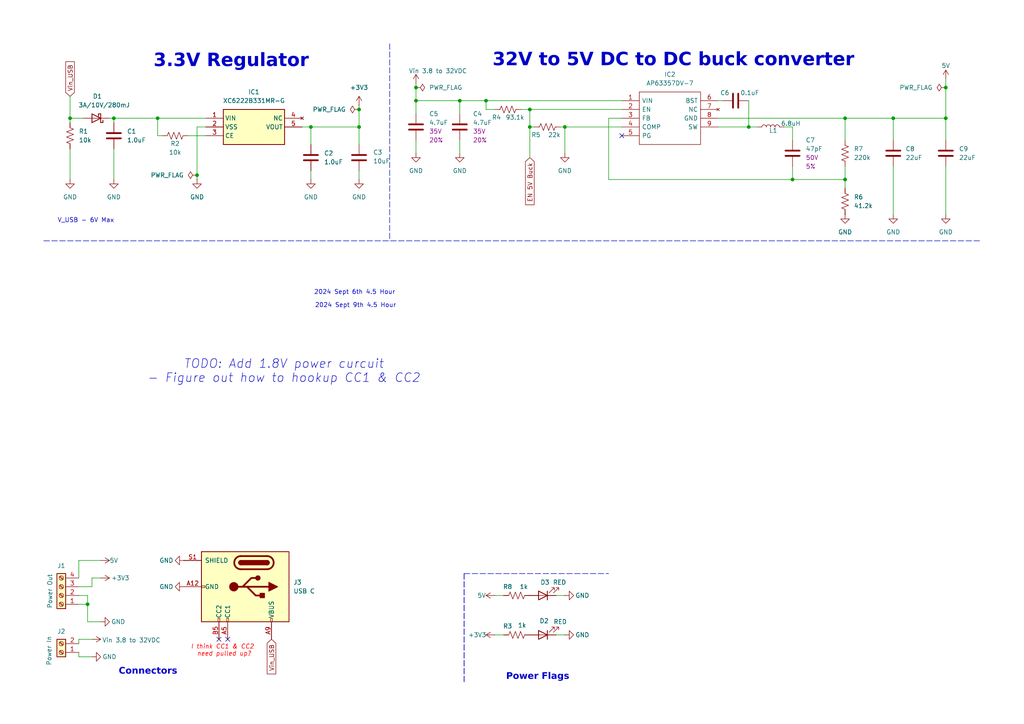
<source format=kicad_sch>
(kicad_sch
	(version 20231120)
	(generator "eeschema")
	(generator_version "8.0")
	(uuid "561d791d-3d36-4605-a0bd-71a01199e249")
	(paper "A4")
	(lib_symbols
		(symbol "AP63357DV-7:AP63357DV-7"
			(pin_names
				(offset 0.762)
			)
			(exclude_from_sim no)
			(in_bom yes)
			(on_board yes)
			(property "Reference" "IC"
				(at 24.13 7.62 0)
				(effects
					(font
						(size 1.27 1.27)
					)
					(justify left)
				)
			)
			(property "Value" "AP63357DV-7"
				(at 24.13 5.08 0)
				(effects
					(font
						(size 1.27 1.27)
					)
					(justify left)
				)
			)
			(property "Footprint" "AP63357DV7"
				(at 24.13 2.54 0)
				(effects
					(font
						(size 1.27 1.27)
					)
					(justify left)
					(hide yes)
				)
			)
			(property "Datasheet" "https://www.diodes.com//assets/Datasheets/AP63356-AP63357.pdf"
				(at 24.13 0 0)
				(effects
					(font
						(size 1.27 1.27)
					)
					(justify left)
					(hide yes)
				)
			)
			(property "Description" "Switching Voltage Regulators DCDC Conv HV Buck V-DFN3020-13 T&R 3K"
				(at 0 0 0)
				(effects
					(font
						(size 1.27 1.27)
					)
					(hide yes)
				)
			)
			(property "Description_1" "Switching Voltage Regulators DCDC Conv HV Buck V-DFN3020-13 T&R 3K"
				(at 24.13 -2.54 0)
				(effects
					(font
						(size 1.27 1.27)
					)
					(justify left)
					(hide yes)
				)
			)
			(property "Height" "0.85"
				(at 24.13 -5.08 0)
				(effects
					(font
						(size 1.27 1.27)
					)
					(justify left)
					(hide yes)
				)
			)
			(property "Mouser Part Number" "621-AP63357DV-7"
				(at 24.13 -7.62 0)
				(effects
					(font
						(size 1.27 1.27)
					)
					(justify left)
					(hide yes)
				)
			)
			(property "Mouser Price/Stock" "https://www.mouser.co.uk/ProductDetail/Diodes-Incorporated/AP63357DV-7?qs=bZr6mbWTK5nW8IurdDD0lw%3D%3D"
				(at 24.13 -10.16 0)
				(effects
					(font
						(size 1.27 1.27)
					)
					(justify left)
					(hide yes)
				)
			)
			(property "Manufacturer_Name" "Diodes Incorporated"
				(at 24.13 -12.7 0)
				(effects
					(font
						(size 1.27 1.27)
					)
					(justify left)
					(hide yes)
				)
			)
			(property "Manufacturer_Part_Number" "AP63357DV-7"
				(at 24.13 -15.24 0)
				(effects
					(font
						(size 1.27 1.27)
					)
					(justify left)
					(hide yes)
				)
			)
			(symbol "AP63357DV-7_0_0"
				(pin passive line
					(at 0 0 0)
					(length 5.08)
					(name "VIN"
						(effects
							(font
								(size 1.27 1.27)
							)
						)
					)
					(number "1"
						(effects
							(font
								(size 1.27 1.27)
							)
						)
					)
				)
				(pin passive line
					(at 0 -2.54 0)
					(length 5.08)
					(name "EN"
						(effects
							(font
								(size 1.27 1.27)
							)
						)
					)
					(number "2"
						(effects
							(font
								(size 1.27 1.27)
							)
						)
					)
				)
				(pin passive line
					(at 0 -5.08 0)
					(length 5.08)
					(name "FB"
						(effects
							(font
								(size 1.27 1.27)
							)
						)
					)
					(number "3"
						(effects
							(font
								(size 1.27 1.27)
							)
						)
					)
				)
				(pin passive line
					(at 0 -7.62 0)
					(length 5.08)
					(name "COMP"
						(effects
							(font
								(size 1.27 1.27)
							)
						)
					)
					(number "4"
						(effects
							(font
								(size 1.27 1.27)
							)
						)
					)
				)
				(pin passive line
					(at 0 -10.16 0)
					(length 5.08)
					(name "PG"
						(effects
							(font
								(size 1.27 1.27)
							)
						)
					)
					(number "5"
						(effects
							(font
								(size 1.27 1.27)
							)
						)
					)
				)
				(pin passive line
					(at 27.94 0 180)
					(length 5.08)
					(name "BST"
						(effects
							(font
								(size 1.27 1.27)
							)
						)
					)
					(number "6"
						(effects
							(font
								(size 1.27 1.27)
							)
						)
					)
				)
				(pin no_connect line
					(at 27.94 -2.54 180)
					(length 5.08)
					(name "NC"
						(effects
							(font
								(size 1.27 1.27)
							)
						)
					)
					(number "7"
						(effects
							(font
								(size 1.27 1.27)
							)
						)
					)
				)
				(pin passive line
					(at 27.94 -5.08 180)
					(length 5.08)
					(name "GND"
						(effects
							(font
								(size 1.27 1.27)
							)
						)
					)
					(number "8"
						(effects
							(font
								(size 1.27 1.27)
							)
						)
					)
				)
				(pin passive line
					(at 27.94 -7.62 180)
					(length 5.08)
					(name "SW"
						(effects
							(font
								(size 1.27 1.27)
							)
						)
					)
					(number "9"
						(effects
							(font
								(size 1.27 1.27)
							)
						)
					)
				)
			)
			(symbol "AP63357DV-7_0_1"
				(polyline
					(pts
						(xy 5.08 2.54) (xy 22.86 2.54) (xy 22.86 -12.7) (xy 5.08 -12.7) (xy 5.08 2.54)
					)
					(stroke
						(width 0.1524)
						(type solid)
					)
					(fill
						(type none)
					)
				)
			)
		)
		(symbol "Connector:Screw_Terminal_01x02"
			(pin_names
				(offset 1.016) hide)
			(exclude_from_sim no)
			(in_bom yes)
			(on_board yes)
			(property "Reference" "J"
				(at 0 2.54 0)
				(effects
					(font
						(size 1.27 1.27)
					)
				)
			)
			(property "Value" "Screw_Terminal_01x02"
				(at 0 -5.08 0)
				(effects
					(font
						(size 1.27 1.27)
					)
				)
			)
			(property "Footprint" ""
				(at 0 0 0)
				(effects
					(font
						(size 1.27 1.27)
					)
					(hide yes)
				)
			)
			(property "Datasheet" "~"
				(at 0 0 0)
				(effects
					(font
						(size 1.27 1.27)
					)
					(hide yes)
				)
			)
			(property "Description" "Generic screw terminal, single row, 01x02, script generated (kicad-library-utils/schlib/autogen/connector/)"
				(at 0 0 0)
				(effects
					(font
						(size 1.27 1.27)
					)
					(hide yes)
				)
			)
			(property "ki_keywords" "screw terminal"
				(at 0 0 0)
				(effects
					(font
						(size 1.27 1.27)
					)
					(hide yes)
				)
			)
			(property "ki_fp_filters" "TerminalBlock*:*"
				(at 0 0 0)
				(effects
					(font
						(size 1.27 1.27)
					)
					(hide yes)
				)
			)
			(symbol "Screw_Terminal_01x02_1_1"
				(rectangle
					(start -1.27 1.27)
					(end 1.27 -3.81)
					(stroke
						(width 0.254)
						(type default)
					)
					(fill
						(type background)
					)
				)
				(circle
					(center 0 -2.54)
					(radius 0.635)
					(stroke
						(width 0.1524)
						(type default)
					)
					(fill
						(type none)
					)
				)
				(polyline
					(pts
						(xy -0.5334 -2.2098) (xy 0.3302 -3.048)
					)
					(stroke
						(width 0.1524)
						(type default)
					)
					(fill
						(type none)
					)
				)
				(polyline
					(pts
						(xy -0.5334 0.3302) (xy 0.3302 -0.508)
					)
					(stroke
						(width 0.1524)
						(type default)
					)
					(fill
						(type none)
					)
				)
				(polyline
					(pts
						(xy -0.3556 -2.032) (xy 0.508 -2.8702)
					)
					(stroke
						(width 0.1524)
						(type default)
					)
					(fill
						(type none)
					)
				)
				(polyline
					(pts
						(xy -0.3556 0.508) (xy 0.508 -0.3302)
					)
					(stroke
						(width 0.1524)
						(type default)
					)
					(fill
						(type none)
					)
				)
				(circle
					(center 0 0)
					(radius 0.635)
					(stroke
						(width 0.1524)
						(type default)
					)
					(fill
						(type none)
					)
				)
				(pin passive line
					(at -5.08 0 0)
					(length 3.81)
					(name "Pin_1"
						(effects
							(font
								(size 1.27 1.27)
							)
						)
					)
					(number "1"
						(effects
							(font
								(size 1.27 1.27)
							)
						)
					)
				)
				(pin passive line
					(at -5.08 -2.54 0)
					(length 3.81)
					(name "Pin_2"
						(effects
							(font
								(size 1.27 1.27)
							)
						)
					)
					(number "2"
						(effects
							(font
								(size 1.27 1.27)
							)
						)
					)
				)
			)
		)
		(symbol "Connector:Screw_Terminal_01x04"
			(pin_names
				(offset 1.016) hide)
			(exclude_from_sim no)
			(in_bom yes)
			(on_board yes)
			(property "Reference" "J"
				(at 0 5.08 0)
				(effects
					(font
						(size 1.27 1.27)
					)
				)
			)
			(property "Value" "Screw_Terminal_01x04"
				(at 0 -7.62 0)
				(effects
					(font
						(size 1.27 1.27)
					)
				)
			)
			(property "Footprint" ""
				(at 0 0 0)
				(effects
					(font
						(size 1.27 1.27)
					)
					(hide yes)
				)
			)
			(property "Datasheet" "~"
				(at 0 0 0)
				(effects
					(font
						(size 1.27 1.27)
					)
					(hide yes)
				)
			)
			(property "Description" "Generic screw terminal, single row, 01x04, script generated (kicad-library-utils/schlib/autogen/connector/)"
				(at 0 0 0)
				(effects
					(font
						(size 1.27 1.27)
					)
					(hide yes)
				)
			)
			(property "ki_keywords" "screw terminal"
				(at 0 0 0)
				(effects
					(font
						(size 1.27 1.27)
					)
					(hide yes)
				)
			)
			(property "ki_fp_filters" "TerminalBlock*:*"
				(at 0 0 0)
				(effects
					(font
						(size 1.27 1.27)
					)
					(hide yes)
				)
			)
			(symbol "Screw_Terminal_01x04_1_1"
				(rectangle
					(start -1.27 3.81)
					(end 1.27 -6.35)
					(stroke
						(width 0.254)
						(type default)
					)
					(fill
						(type background)
					)
				)
				(circle
					(center 0 -5.08)
					(radius 0.635)
					(stroke
						(width 0.1524)
						(type default)
					)
					(fill
						(type none)
					)
				)
				(circle
					(center 0 -2.54)
					(radius 0.635)
					(stroke
						(width 0.1524)
						(type default)
					)
					(fill
						(type none)
					)
				)
				(polyline
					(pts
						(xy -0.5334 -4.7498) (xy 0.3302 -5.588)
					)
					(stroke
						(width 0.1524)
						(type default)
					)
					(fill
						(type none)
					)
				)
				(polyline
					(pts
						(xy -0.5334 -2.2098) (xy 0.3302 -3.048)
					)
					(stroke
						(width 0.1524)
						(type default)
					)
					(fill
						(type none)
					)
				)
				(polyline
					(pts
						(xy -0.5334 0.3302) (xy 0.3302 -0.508)
					)
					(stroke
						(width 0.1524)
						(type default)
					)
					(fill
						(type none)
					)
				)
				(polyline
					(pts
						(xy -0.5334 2.8702) (xy 0.3302 2.032)
					)
					(stroke
						(width 0.1524)
						(type default)
					)
					(fill
						(type none)
					)
				)
				(polyline
					(pts
						(xy -0.3556 -4.572) (xy 0.508 -5.4102)
					)
					(stroke
						(width 0.1524)
						(type default)
					)
					(fill
						(type none)
					)
				)
				(polyline
					(pts
						(xy -0.3556 -2.032) (xy 0.508 -2.8702)
					)
					(stroke
						(width 0.1524)
						(type default)
					)
					(fill
						(type none)
					)
				)
				(polyline
					(pts
						(xy -0.3556 0.508) (xy 0.508 -0.3302)
					)
					(stroke
						(width 0.1524)
						(type default)
					)
					(fill
						(type none)
					)
				)
				(polyline
					(pts
						(xy -0.3556 3.048) (xy 0.508 2.2098)
					)
					(stroke
						(width 0.1524)
						(type default)
					)
					(fill
						(type none)
					)
				)
				(circle
					(center 0 0)
					(radius 0.635)
					(stroke
						(width 0.1524)
						(type default)
					)
					(fill
						(type none)
					)
				)
				(circle
					(center 0 2.54)
					(radius 0.635)
					(stroke
						(width 0.1524)
						(type default)
					)
					(fill
						(type none)
					)
				)
				(pin passive line
					(at -5.08 2.54 0)
					(length 3.81)
					(name "Pin_1"
						(effects
							(font
								(size 1.27 1.27)
							)
						)
					)
					(number "1"
						(effects
							(font
								(size 1.27 1.27)
							)
						)
					)
				)
				(pin passive line
					(at -5.08 0 0)
					(length 3.81)
					(name "Pin_2"
						(effects
							(font
								(size 1.27 1.27)
							)
						)
					)
					(number "2"
						(effects
							(font
								(size 1.27 1.27)
							)
						)
					)
				)
				(pin passive line
					(at -5.08 -2.54 0)
					(length 3.81)
					(name "Pin_3"
						(effects
							(font
								(size 1.27 1.27)
							)
						)
					)
					(number "3"
						(effects
							(font
								(size 1.27 1.27)
							)
						)
					)
				)
				(pin passive line
					(at -5.08 -5.08 0)
					(length 3.81)
					(name "Pin_4"
						(effects
							(font
								(size 1.27 1.27)
							)
						)
					)
					(number "4"
						(effects
							(font
								(size 1.27 1.27)
							)
						)
					)
				)
			)
		)
		(symbol "Connector:USB_C_Receptacle_PowerOnly_6P"
			(pin_names
				(offset 1.016)
			)
			(exclude_from_sim no)
			(in_bom yes)
			(on_board yes)
			(property "Reference" "J"
				(at 0 16.51 0)
				(effects
					(font
						(size 1.27 1.27)
					)
					(justify bottom)
				)
			)
			(property "Value" "USB_C_Receptacle_PowerOnly_6P"
				(at 0 13.97 0)
				(effects
					(font
						(size 1.27 1.27)
					)
					(justify bottom)
				)
			)
			(property "Footprint" ""
				(at 3.81 2.54 0)
				(effects
					(font
						(size 1.27 1.27)
					)
					(hide yes)
				)
			)
			(property "Datasheet" "https://www.usb.org/sites/default/files/documents/usb_type-c.zip"
				(at 0 0 0)
				(effects
					(font
						(size 1.27 1.27)
					)
					(hide yes)
				)
			)
			(property "Description" "USB Power-Only 6P Type-C Receptacle connector"
				(at 0 0 0)
				(effects
					(font
						(size 1.27 1.27)
					)
					(hide yes)
				)
			)
			(property "ki_keywords" "usb universal serial bus type-C power-only charging-only 6P 6C"
				(at 0 0 0)
				(effects
					(font
						(size 1.27 1.27)
					)
					(hide yes)
				)
			)
			(property "ki_fp_filters" "USB*C*Receptacle*"
				(at 0 0 0)
				(effects
					(font
						(size 1.27 1.27)
					)
					(hide yes)
				)
			)
			(symbol "USB_C_Receptacle_PowerOnly_6P_0_0"
				(rectangle
					(start -0.254 -12.7)
					(end 0.254 -11.684)
					(stroke
						(width 0)
						(type default)
					)
					(fill
						(type none)
					)
				)
				(rectangle
					(start 10.16 -7.366)
					(end 9.144 -7.874)
					(stroke
						(width 0)
						(type default)
					)
					(fill
						(type none)
					)
				)
				(rectangle
					(start 10.16 -4.826)
					(end 9.144 -5.334)
					(stroke
						(width 0)
						(type default)
					)
					(fill
						(type none)
					)
				)
				(rectangle
					(start 10.16 7.874)
					(end 9.144 7.366)
					(stroke
						(width 0)
						(type default)
					)
					(fill
						(type none)
					)
				)
			)
			(symbol "USB_C_Receptacle_PowerOnly_6P_0_1"
				(rectangle
					(start -10.16 12.7)
					(end 10.16 -12.7)
					(stroke
						(width 0.254)
						(type default)
					)
					(fill
						(type background)
					)
				)
				(arc
					(start -8.89 -1.27)
					(mid -6.985 -3.1667)
					(end -5.08 -1.27)
					(stroke
						(width 0.508)
						(type default)
					)
					(fill
						(type none)
					)
				)
				(arc
					(start -7.62 -1.27)
					(mid -6.985 -1.9023)
					(end -6.35 -1.27)
					(stroke
						(width 0.254)
						(type default)
					)
					(fill
						(type none)
					)
				)
				(arc
					(start -7.62 -1.27)
					(mid -6.985 -1.9023)
					(end -6.35 -1.27)
					(stroke
						(width 0.254)
						(type default)
					)
					(fill
						(type outline)
					)
				)
				(rectangle
					(start -7.62 -1.27)
					(end -6.35 6.35)
					(stroke
						(width 0.254)
						(type default)
					)
					(fill
						(type outline)
					)
				)
				(arc
					(start -6.35 6.35)
					(mid -6.985 6.9823)
					(end -7.62 6.35)
					(stroke
						(width 0.254)
						(type default)
					)
					(fill
						(type none)
					)
				)
				(arc
					(start -6.35 6.35)
					(mid -6.985 6.9823)
					(end -7.62 6.35)
					(stroke
						(width 0.254)
						(type default)
					)
					(fill
						(type outline)
					)
				)
				(arc
					(start -5.08 6.35)
					(mid -6.985 8.2467)
					(end -8.89 6.35)
					(stroke
						(width 0.508)
						(type default)
					)
					(fill
						(type none)
					)
				)
				(circle
					(center -2.54 3.683)
					(radius 0.635)
					(stroke
						(width 0.254)
						(type default)
					)
					(fill
						(type outline)
					)
				)
				(circle
					(center 0 -3.302)
					(radius 1.27)
					(stroke
						(width 0)
						(type default)
					)
					(fill
						(type outline)
					)
				)
				(polyline
					(pts
						(xy -8.89 -1.27) (xy -8.89 6.35)
					)
					(stroke
						(width 0.508)
						(type default)
					)
					(fill
						(type none)
					)
				)
				(polyline
					(pts
						(xy -5.08 6.35) (xy -5.08 -1.27)
					)
					(stroke
						(width 0.508)
						(type default)
					)
					(fill
						(type none)
					)
				)
				(polyline
					(pts
						(xy 0 -3.302) (xy 0 6.858)
					)
					(stroke
						(width 0.508)
						(type default)
					)
					(fill
						(type none)
					)
				)
				(polyline
					(pts
						(xy 0 -0.762) (xy -2.54 1.778) (xy -2.54 3.048)
					)
					(stroke
						(width 0.508)
						(type default)
					)
					(fill
						(type none)
					)
				)
				(polyline
					(pts
						(xy 0 0.508) (xy 2.54 3.048) (xy 2.54 4.318)
					)
					(stroke
						(width 0.508)
						(type default)
					)
					(fill
						(type none)
					)
				)
				(polyline
					(pts
						(xy -1.27 6.858) (xy 0 9.398) (xy 1.27 6.858) (xy -1.27 6.858)
					)
					(stroke
						(width 0.254)
						(type default)
					)
					(fill
						(type outline)
					)
				)
				(rectangle
					(start 1.905 4.318)
					(end 3.175 5.588)
					(stroke
						(width 0.254)
						(type default)
					)
					(fill
						(type outline)
					)
				)
			)
			(symbol "USB_C_Receptacle_PowerOnly_6P_1_1"
				(pin passive line
					(at 0 -17.78 90)
					(length 5.08)
					(name "GND"
						(effects
							(font
								(size 1.27 1.27)
							)
						)
					)
					(number "A12"
						(effects
							(font
								(size 1.27 1.27)
							)
						)
					)
				)
				(pin bidirectional line
					(at 15.24 -5.08 180)
					(length 5.08)
					(name "CC1"
						(effects
							(font
								(size 1.27 1.27)
							)
						)
					)
					(number "A5"
						(effects
							(font
								(size 1.27 1.27)
							)
						)
					)
				)
				(pin passive line
					(at 15.24 7.62 180)
					(length 5.08)
					(name "VBUS"
						(effects
							(font
								(size 1.27 1.27)
							)
						)
					)
					(number "A9"
						(effects
							(font
								(size 1.27 1.27)
							)
						)
					)
				)
				(pin passive line
					(at 0 -17.78 90)
					(length 5.08) hide
					(name "GND"
						(effects
							(font
								(size 1.27 1.27)
							)
						)
					)
					(number "B12"
						(effects
							(font
								(size 1.27 1.27)
							)
						)
					)
				)
				(pin bidirectional line
					(at 15.24 -7.62 180)
					(length 5.08)
					(name "CC2"
						(effects
							(font
								(size 1.27 1.27)
							)
						)
					)
					(number "B5"
						(effects
							(font
								(size 1.27 1.27)
							)
						)
					)
				)
				(pin passive line
					(at 15.24 7.62 180)
					(length 5.08) hide
					(name "VBUS"
						(effects
							(font
								(size 1.27 1.27)
							)
						)
					)
					(number "B9"
						(effects
							(font
								(size 1.27 1.27)
							)
						)
					)
				)
				(pin passive line
					(at -7.62 -17.78 90)
					(length 5.08)
					(name "SHIELD"
						(effects
							(font
								(size 1.27 1.27)
							)
						)
					)
					(number "S1"
						(effects
							(font
								(size 1.27 1.27)
							)
						)
					)
				)
			)
		)
		(symbol "Device:C"
			(pin_numbers hide)
			(pin_names
				(offset 0.254)
			)
			(exclude_from_sim no)
			(in_bom yes)
			(on_board yes)
			(property "Reference" "C"
				(at 0.635 2.54 0)
				(effects
					(font
						(size 1.27 1.27)
					)
					(justify left)
				)
			)
			(property "Value" "C"
				(at 0.635 -2.54 0)
				(effects
					(font
						(size 1.27 1.27)
					)
					(justify left)
				)
			)
			(property "Footprint" ""
				(at 0.9652 -3.81 0)
				(effects
					(font
						(size 1.27 1.27)
					)
					(hide yes)
				)
			)
			(property "Datasheet" "~"
				(at 0 0 0)
				(effects
					(font
						(size 1.27 1.27)
					)
					(hide yes)
				)
			)
			(property "Description" "Unpolarized capacitor"
				(at 0 0 0)
				(effects
					(font
						(size 1.27 1.27)
					)
					(hide yes)
				)
			)
			(property "ki_keywords" "cap capacitor"
				(at 0 0 0)
				(effects
					(font
						(size 1.27 1.27)
					)
					(hide yes)
				)
			)
			(property "ki_fp_filters" "C_*"
				(at 0 0 0)
				(effects
					(font
						(size 1.27 1.27)
					)
					(hide yes)
				)
			)
			(symbol "C_0_1"
				(polyline
					(pts
						(xy -2.032 -0.762) (xy 2.032 -0.762)
					)
					(stroke
						(width 0.508)
						(type default)
					)
					(fill
						(type none)
					)
				)
				(polyline
					(pts
						(xy -2.032 0.762) (xy 2.032 0.762)
					)
					(stroke
						(width 0.508)
						(type default)
					)
					(fill
						(type none)
					)
				)
			)
			(symbol "C_1_1"
				(pin passive line
					(at 0 3.81 270)
					(length 2.794)
					(name "~"
						(effects
							(font
								(size 1.27 1.27)
							)
						)
					)
					(number "1"
						(effects
							(font
								(size 1.27 1.27)
							)
						)
					)
				)
				(pin passive line
					(at 0 -3.81 90)
					(length 2.794)
					(name "~"
						(effects
							(font
								(size 1.27 1.27)
							)
						)
					)
					(number "2"
						(effects
							(font
								(size 1.27 1.27)
							)
						)
					)
				)
			)
		)
		(symbol "Device:D_Schottky"
			(pin_numbers hide)
			(pin_names
				(offset 1.016) hide)
			(exclude_from_sim no)
			(in_bom yes)
			(on_board yes)
			(property "Reference" "D"
				(at 0 2.54 0)
				(effects
					(font
						(size 1.27 1.27)
					)
				)
			)
			(property "Value" "D_Schottky"
				(at 0 -2.54 0)
				(effects
					(font
						(size 1.27 1.27)
					)
				)
			)
			(property "Footprint" ""
				(at 0 0 0)
				(effects
					(font
						(size 1.27 1.27)
					)
					(hide yes)
				)
			)
			(property "Datasheet" "~"
				(at 0 0 0)
				(effects
					(font
						(size 1.27 1.27)
					)
					(hide yes)
				)
			)
			(property "Description" "Schottky diode"
				(at 0 0 0)
				(effects
					(font
						(size 1.27 1.27)
					)
					(hide yes)
				)
			)
			(property "ki_keywords" "diode Schottky"
				(at 0 0 0)
				(effects
					(font
						(size 1.27 1.27)
					)
					(hide yes)
				)
			)
			(property "ki_fp_filters" "TO-???* *_Diode_* *SingleDiode* D_*"
				(at 0 0 0)
				(effects
					(font
						(size 1.27 1.27)
					)
					(hide yes)
				)
			)
			(symbol "D_Schottky_0_1"
				(polyline
					(pts
						(xy 1.27 0) (xy -1.27 0)
					)
					(stroke
						(width 0)
						(type default)
					)
					(fill
						(type none)
					)
				)
				(polyline
					(pts
						(xy 1.27 1.27) (xy 1.27 -1.27) (xy -1.27 0) (xy 1.27 1.27)
					)
					(stroke
						(width 0.254)
						(type default)
					)
					(fill
						(type none)
					)
				)
				(polyline
					(pts
						(xy -1.905 0.635) (xy -1.905 1.27) (xy -1.27 1.27) (xy -1.27 -1.27) (xy -0.635 -1.27) (xy -0.635 -0.635)
					)
					(stroke
						(width 0.254)
						(type default)
					)
					(fill
						(type none)
					)
				)
			)
			(symbol "D_Schottky_1_1"
				(pin passive line
					(at -3.81 0 0)
					(length 2.54)
					(name "K"
						(effects
							(font
								(size 1.27 1.27)
							)
						)
					)
					(number "1"
						(effects
							(font
								(size 1.27 1.27)
							)
						)
					)
				)
				(pin passive line
					(at 3.81 0 180)
					(length 2.54)
					(name "A"
						(effects
							(font
								(size 1.27 1.27)
							)
						)
					)
					(number "2"
						(effects
							(font
								(size 1.27 1.27)
							)
						)
					)
				)
			)
		)
		(symbol "Device:LED"
			(pin_numbers hide)
			(pin_names
				(offset 1.016) hide)
			(exclude_from_sim no)
			(in_bom yes)
			(on_board yes)
			(property "Reference" "D"
				(at 0 2.54 0)
				(effects
					(font
						(size 1.27 1.27)
					)
				)
			)
			(property "Value" "LED"
				(at 0 -2.54 0)
				(effects
					(font
						(size 1.27 1.27)
					)
				)
			)
			(property "Footprint" ""
				(at 0 0 0)
				(effects
					(font
						(size 1.27 1.27)
					)
					(hide yes)
				)
			)
			(property "Datasheet" "~"
				(at 0 0 0)
				(effects
					(font
						(size 1.27 1.27)
					)
					(hide yes)
				)
			)
			(property "Description" "Light emitting diode"
				(at 0 0 0)
				(effects
					(font
						(size 1.27 1.27)
					)
					(hide yes)
				)
			)
			(property "ki_keywords" "LED diode"
				(at 0 0 0)
				(effects
					(font
						(size 1.27 1.27)
					)
					(hide yes)
				)
			)
			(property "ki_fp_filters" "LED* LED_SMD:* LED_THT:*"
				(at 0 0 0)
				(effects
					(font
						(size 1.27 1.27)
					)
					(hide yes)
				)
			)
			(symbol "LED_0_1"
				(polyline
					(pts
						(xy -1.27 -1.27) (xy -1.27 1.27)
					)
					(stroke
						(width 0.254)
						(type default)
					)
					(fill
						(type none)
					)
				)
				(polyline
					(pts
						(xy -1.27 0) (xy 1.27 0)
					)
					(stroke
						(width 0)
						(type default)
					)
					(fill
						(type none)
					)
				)
				(polyline
					(pts
						(xy 1.27 -1.27) (xy 1.27 1.27) (xy -1.27 0) (xy 1.27 -1.27)
					)
					(stroke
						(width 0.254)
						(type default)
					)
					(fill
						(type none)
					)
				)
				(polyline
					(pts
						(xy -3.048 -0.762) (xy -4.572 -2.286) (xy -3.81 -2.286) (xy -4.572 -2.286) (xy -4.572 -1.524)
					)
					(stroke
						(width 0)
						(type default)
					)
					(fill
						(type none)
					)
				)
				(polyline
					(pts
						(xy -1.778 -0.762) (xy -3.302 -2.286) (xy -2.54 -2.286) (xy -3.302 -2.286) (xy -3.302 -1.524)
					)
					(stroke
						(width 0)
						(type default)
					)
					(fill
						(type none)
					)
				)
			)
			(symbol "LED_1_1"
				(pin passive line
					(at -3.81 0 0)
					(length 2.54)
					(name "K"
						(effects
							(font
								(size 1.27 1.27)
							)
						)
					)
					(number "1"
						(effects
							(font
								(size 1.27 1.27)
							)
						)
					)
				)
				(pin passive line
					(at 3.81 0 180)
					(length 2.54)
					(name "A"
						(effects
							(font
								(size 1.27 1.27)
							)
						)
					)
					(number "2"
						(effects
							(font
								(size 1.27 1.27)
							)
						)
					)
				)
			)
		)
		(symbol "Device:R_US"
			(pin_numbers hide)
			(pin_names
				(offset 0)
			)
			(exclude_from_sim no)
			(in_bom yes)
			(on_board yes)
			(property "Reference" "R"
				(at 2.54 0 90)
				(effects
					(font
						(size 1.27 1.27)
					)
				)
			)
			(property "Value" "R_US"
				(at -2.54 0 90)
				(effects
					(font
						(size 1.27 1.27)
					)
				)
			)
			(property "Footprint" ""
				(at 1.016 -0.254 90)
				(effects
					(font
						(size 1.27 1.27)
					)
					(hide yes)
				)
			)
			(property "Datasheet" "~"
				(at 0 0 0)
				(effects
					(font
						(size 1.27 1.27)
					)
					(hide yes)
				)
			)
			(property "Description" "Resistor, US symbol"
				(at 0 0 0)
				(effects
					(font
						(size 1.27 1.27)
					)
					(hide yes)
				)
			)
			(property "ki_keywords" "R res resistor"
				(at 0 0 0)
				(effects
					(font
						(size 1.27 1.27)
					)
					(hide yes)
				)
			)
			(property "ki_fp_filters" "R_*"
				(at 0 0 0)
				(effects
					(font
						(size 1.27 1.27)
					)
					(hide yes)
				)
			)
			(symbol "R_US_0_1"
				(polyline
					(pts
						(xy 0 -2.286) (xy 0 -2.54)
					)
					(stroke
						(width 0)
						(type default)
					)
					(fill
						(type none)
					)
				)
				(polyline
					(pts
						(xy 0 2.286) (xy 0 2.54)
					)
					(stroke
						(width 0)
						(type default)
					)
					(fill
						(type none)
					)
				)
				(polyline
					(pts
						(xy 0 -0.762) (xy 1.016 -1.143) (xy 0 -1.524) (xy -1.016 -1.905) (xy 0 -2.286)
					)
					(stroke
						(width 0)
						(type default)
					)
					(fill
						(type none)
					)
				)
				(polyline
					(pts
						(xy 0 0.762) (xy 1.016 0.381) (xy 0 0) (xy -1.016 -0.381) (xy 0 -0.762)
					)
					(stroke
						(width 0)
						(type default)
					)
					(fill
						(type none)
					)
				)
				(polyline
					(pts
						(xy 0 2.286) (xy 1.016 1.905) (xy 0 1.524) (xy -1.016 1.143) (xy 0 0.762)
					)
					(stroke
						(width 0)
						(type default)
					)
					(fill
						(type none)
					)
				)
			)
			(symbol "R_US_1_1"
				(pin passive line
					(at 0 3.81 270)
					(length 1.27)
					(name "~"
						(effects
							(font
								(size 1.27 1.27)
							)
						)
					)
					(number "1"
						(effects
							(font
								(size 1.27 1.27)
							)
						)
					)
				)
				(pin passive line
					(at 0 -3.81 90)
					(length 1.27)
					(name "~"
						(effects
							(font
								(size 1.27 1.27)
							)
						)
					)
					(number "2"
						(effects
							(font
								(size 1.27 1.27)
							)
						)
					)
				)
			)
		)
		(symbol "Matthew:XC6222B331MR-G"
			(exclude_from_sim no)
			(in_bom yes)
			(on_board yes)
			(property "Reference" "IC"
				(at 24.13 7.62 0)
				(effects
					(font
						(size 1.27 1.27)
					)
					(justify left top)
				)
			)
			(property "Value" "XC6222B331MR-G"
				(at 24.13 5.08 0)
				(effects
					(font
						(size 1.27 1.27)
					)
					(justify left top)
				)
			)
			(property "Footprint" "SOT95P280X130-5N"
				(at 24.13 -94.92 0)
				(effects
					(font
						(size 1.27 1.27)
					)
					(justify left top)
					(hide yes)
				)
			)
			(property "Datasheet" "https://media.digikey.com/pdf/Data%20Sheets/Torex/XC6222.pdf"
				(at 24.13 -194.92 0)
				(effects
					(font
						(size 1.27 1.27)
					)
					(justify left top)
					(hide yes)
				)
			)
			(property "Description" "LDO Voltage Regulators 700mA High Speed Vltg Reg"
				(at 16.002 -9.652 0)
				(effects
					(font
						(size 1.27 1.27)
					)
					(hide yes)
				)
			)
			(property "Height" "1.3"
				(at 24.13 -394.92 0)
				(effects
					(font
						(size 1.27 1.27)
					)
					(justify left top)
					(hide yes)
				)
			)
			(property "Mouser Part Number" "865-XC6222B331MR-G"
				(at 24.13 -494.92 0)
				(effects
					(font
						(size 1.27 1.27)
					)
					(justify left top)
					(hide yes)
				)
			)
			(property "Mouser Price/Stock" "https://www.mouser.co.uk/ProductDetail/Torex-Semiconductor/XC6222B331MR-G?qs=AsjdqWjXhJ%2FtJd0kAGEWpA%3D%3D"
				(at 24.13 -594.92 0)
				(effects
					(font
						(size 1.27 1.27)
					)
					(justify left top)
					(hide yes)
				)
			)
			(property "Manufacturer_Name" "Torex"
				(at 24.13 -694.92 0)
				(effects
					(font
						(size 1.27 1.27)
					)
					(justify left top)
					(hide yes)
				)
			)
			(property "Manufacturer_Part_Number" "XC6222B331MR-G"
				(at 24.13 -794.92 0)
				(effects
					(font
						(size 1.27 1.27)
					)
					(justify left top)
					(hide yes)
				)
			)
			(symbol "XC6222B331MR-G_1_1"
				(rectangle
					(start 5.08 2.54)
					(end 22.86 -7.62)
					(stroke
						(width 0.254)
						(type default)
					)
					(fill
						(type background)
					)
				)
				(pin passive line
					(at 0 0 0)
					(length 5.08)
					(name "VIN"
						(effects
							(font
								(size 1.27 1.27)
							)
						)
					)
					(number "1"
						(effects
							(font
								(size 1.27 1.27)
							)
						)
					)
				)
				(pin passive line
					(at 0 -2.54 0)
					(length 5.08)
					(name "VSS"
						(effects
							(font
								(size 1.27 1.27)
							)
						)
					)
					(number "2"
						(effects
							(font
								(size 1.27 1.27)
							)
						)
					)
				)
				(pin passive line
					(at 0 -5.08 0)
					(length 5.08)
					(name "CE"
						(effects
							(font
								(size 1.27 1.27)
							)
						)
					)
					(number "3"
						(effects
							(font
								(size 1.27 1.27)
							)
						)
					)
				)
				(pin no_connect line
					(at 27.94 0 180)
					(length 5.08)
					(name "NC"
						(effects
							(font
								(size 1.27 1.27)
							)
						)
					)
					(number "4"
						(effects
							(font
								(size 1.27 1.27)
							)
						)
					)
				)
				(pin passive line
					(at 27.94 -2.54 180)
					(length 5.08)
					(name "VOUT"
						(effects
							(font
								(size 1.27 1.27)
							)
						)
					)
					(number "5"
						(effects
							(font
								(size 1.27 1.27)
							)
						)
					)
				)
			)
		)
		(symbol "SparkFun-Capacitor:0.1uF_0603_25V_20%"
			(pin_numbers hide)
			(pin_names
				(offset 0.254)
			)
			(exclude_from_sim no)
			(in_bom yes)
			(on_board yes)
			(property "Reference" "C"
				(at 0.635 2.54 0)
				(effects
					(font
						(size 1.27 1.27)
					)
					(justify left)
				)
			)
			(property "Value" "0.1uF"
				(at 0.635 -2.54 0)
				(effects
					(font
						(size 1.27 1.27)
					)
					(justify left)
				)
			)
			(property "Footprint" "SparkFun-Capacitor:C_0603_1608Metric"
				(at 0 -11.43 0)
				(effects
					(font
						(size 1.27 1.27)
					)
					(hide yes)
				)
			)
			(property "Datasheet" "https://cdn.sparkfun.com/assets/8/a/4/a/5/Kemet_Capacitor_Datasheet.pdf"
				(at 0 -13.97 0)
				(effects
					(font
						(size 1.27 1.27)
					)
					(hide yes)
				)
			)
			(property "Description" "Unpolarized capacitor"
				(at 0 -19.05 0)
				(effects
					(font
						(size 1.27 1.27)
					)
					(hide yes)
				)
			)
			(property "PROD_ID" "CAP-00810"
				(at 0 -16.51 0)
				(effects
					(font
						(size 1.27 1.27)
					)
					(hide yes)
				)
			)
			(property "Voltage" "25V"
				(at 0 -6.35 0)
				(effects
					(font
						(size 1.27 1.27)
					)
				)
			)
			(property "Tolerance" "20%"
				(at 0 -8.89 0)
				(effects
					(font
						(size 1.27 1.27)
					)
				)
			)
			(property "ki_keywords" "SparkFun cap capacitor"
				(at 0 0 0)
				(effects
					(font
						(size 1.27 1.27)
					)
					(hide yes)
				)
			)
			(property "ki_fp_filters" "C_*"
				(at 0 0 0)
				(effects
					(font
						(size 1.27 1.27)
					)
					(hide yes)
				)
			)
			(symbol "0.1uF_0603_25V_20%_0_1"
				(polyline
					(pts
						(xy -2.032 -0.762) (xy 2.032 -0.762)
					)
					(stroke
						(width 0.508)
						(type default)
					)
					(fill
						(type none)
					)
				)
				(polyline
					(pts
						(xy -2.032 0.762) (xy 2.032 0.762)
					)
					(stroke
						(width 0.508)
						(type default)
					)
					(fill
						(type none)
					)
				)
			)
			(symbol "0.1uF_0603_25V_20%_1_1"
				(pin passive line
					(at 0 3.81 270)
					(length 2.794)
					(name "~"
						(effects
							(font
								(size 1.27 1.27)
							)
						)
					)
					(number "1"
						(effects
							(font
								(size 1.27 1.27)
							)
						)
					)
				)
				(pin passive line
					(at 0 -3.81 90)
					(length 2.794)
					(name "~"
						(effects
							(font
								(size 1.27 1.27)
							)
						)
					)
					(number "2"
						(effects
							(font
								(size 1.27 1.27)
							)
						)
					)
				)
			)
		)
		(symbol "SparkFun-Capacitor:22uF_0805_10V_20%"
			(pin_numbers hide)
			(pin_names
				(offset 0.254)
			)
			(exclude_from_sim no)
			(in_bom yes)
			(on_board yes)
			(property "Reference" "C"
				(at 0.635 2.54 0)
				(effects
					(font
						(size 1.27 1.27)
					)
					(justify left)
				)
			)
			(property "Value" "22uF"
				(at 0.635 -2.54 0)
				(effects
					(font
						(size 1.27 1.27)
					)
					(justify left)
				)
			)
			(property "Footprint" "SparkFun-Capacitor:C_0805_2012Metric"
				(at 0 -11.43 0)
				(effects
					(font
						(size 1.27 1.27)
					)
					(hide yes)
				)
			)
			(property "Datasheet" "https://cdn.sparkfun.com/assets/8/a/4/a/5/Kemet_Capacitor_Datasheet.pdf"
				(at 0 -16.51 0)
				(effects
					(font
						(size 1.27 1.27)
					)
					(hide yes)
				)
			)
			(property "Description" "Unpolarized capacitor"
				(at 0 -19.05 0)
				(effects
					(font
						(size 1.27 1.27)
					)
					(hide yes)
				)
			)
			(property "PROD_ID" "CAP-14973"
				(at -1.27 -13.97 0)
				(effects
					(font
						(size 1.27 1.27)
					)
					(hide yes)
				)
			)
			(property "Voltage" "10V"
				(at 0 -6.35 0)
				(effects
					(font
						(size 1.27 1.27)
					)
				)
			)
			(property "Tolerance" "20%"
				(at 0 -8.89 0)
				(effects
					(font
						(size 1.27 1.27)
					)
				)
			)
			(property "ki_keywords" "SparkFun cap capacitor"
				(at 0 0 0)
				(effects
					(font
						(size 1.27 1.27)
					)
					(hide yes)
				)
			)
			(property "ki_fp_filters" "C_*"
				(at 0 0 0)
				(effects
					(font
						(size 1.27 1.27)
					)
					(hide yes)
				)
			)
			(symbol "22uF_0805_10V_20%_0_1"
				(polyline
					(pts
						(xy -2.032 -0.762) (xy 2.032 -0.762)
					)
					(stroke
						(width 0.508)
						(type default)
					)
					(fill
						(type none)
					)
				)
				(polyline
					(pts
						(xy -2.032 0.762) (xy 2.032 0.762)
					)
					(stroke
						(width 0.508)
						(type default)
					)
					(fill
						(type none)
					)
				)
			)
			(symbol "22uF_0805_10V_20%_1_1"
				(pin passive line
					(at 0 3.81 270)
					(length 2.794)
					(name "~"
						(effects
							(font
								(size 1.27 1.27)
							)
						)
					)
					(number "1"
						(effects
							(font
								(size 1.27 1.27)
							)
						)
					)
				)
				(pin passive line
					(at 0 -3.81 90)
					(length 2.794)
					(name "~"
						(effects
							(font
								(size 1.27 1.27)
							)
						)
					)
					(number "2"
						(effects
							(font
								(size 1.27 1.27)
							)
						)
					)
				)
			)
		)
		(symbol "SparkFun-Capacitor:4.7uF_0603_35V_20%"
			(pin_numbers hide)
			(pin_names
				(offset 0.254)
			)
			(exclude_from_sim no)
			(in_bom yes)
			(on_board yes)
			(property "Reference" "C"
				(at 0.635 2.54 0)
				(effects
					(font
						(size 1.27 1.27)
					)
					(justify left)
				)
			)
			(property "Value" "4.7uF"
				(at 0.635 -2.54 0)
				(effects
					(font
						(size 1.27 1.27)
					)
					(justify left)
				)
			)
			(property "Footprint" "SparkFun-Capacitor:C_0603_1608Metric"
				(at 0 -11.43 0)
				(effects
					(font
						(size 1.27 1.27)
					)
					(hide yes)
				)
			)
			(property "Datasheet" "https://cdn.sparkfun.com/assets/8/a/4/a/5/Kemet_Capacitor_Datasheet.pdf"
				(at 0 -16.51 0)
				(effects
					(font
						(size 1.27 1.27)
					)
					(hide yes)
				)
			)
			(property "Description" "Unpolarized capacitor"
				(at 0 -19.05 0)
				(effects
					(font
						(size 1.27 1.27)
					)
					(hide yes)
				)
			)
			(property "PROD_ID" "CAP-14106"
				(at 0 -13.97 0)
				(effects
					(font
						(size 1.27 1.27)
					)
					(hide yes)
				)
			)
			(property "Voltage" "35V"
				(at 0 -6.35 0)
				(effects
					(font
						(size 1.27 1.27)
					)
				)
			)
			(property "Tolerance" "20%"
				(at 0 -8.89 0)
				(effects
					(font
						(size 1.27 1.27)
					)
				)
			)
			(property "ki_keywords" "SparkFun cap capacitor"
				(at 0 0 0)
				(effects
					(font
						(size 1.27 1.27)
					)
					(hide yes)
				)
			)
			(property "ki_fp_filters" "C_*"
				(at 0 0 0)
				(effects
					(font
						(size 1.27 1.27)
					)
					(hide yes)
				)
			)
			(symbol "4.7uF_0603_35V_20%_0_1"
				(polyline
					(pts
						(xy -2.032 -0.762) (xy 2.032 -0.762)
					)
					(stroke
						(width 0.508)
						(type default)
					)
					(fill
						(type none)
					)
				)
				(polyline
					(pts
						(xy -2.032 0.762) (xy 2.032 0.762)
					)
					(stroke
						(width 0.508)
						(type default)
					)
					(fill
						(type none)
					)
				)
			)
			(symbol "4.7uF_0603_35V_20%_1_1"
				(pin passive line
					(at 0 3.81 270)
					(length 2.794)
					(name "~"
						(effects
							(font
								(size 1.27 1.27)
							)
						)
					)
					(number "1"
						(effects
							(font
								(size 1.27 1.27)
							)
						)
					)
				)
				(pin passive line
					(at 0 -3.81 90)
					(length 2.794)
					(name "~"
						(effects
							(font
								(size 1.27 1.27)
							)
						)
					)
					(number "2"
						(effects
							(font
								(size 1.27 1.27)
							)
						)
					)
				)
			)
		)
		(symbol "SparkFun-Capacitor:47pF_0603_50V_5%"
			(pin_numbers hide)
			(pin_names
				(offset 0.254)
			)
			(exclude_from_sim no)
			(in_bom yes)
			(on_board yes)
			(property "Reference" "C"
				(at 0.635 2.54 0)
				(effects
					(font
						(size 1.27 1.27)
					)
					(justify left)
				)
			)
			(property "Value" "47pF"
				(at 0.635 -2.54 0)
				(effects
					(font
						(size 1.27 1.27)
					)
					(justify left)
				)
			)
			(property "Footprint" "SparkFun-Capacitor:C_0603_1608Metric"
				(at 0 -11.43 0)
				(effects
					(font
						(size 1.27 1.27)
					)
					(hide yes)
				)
			)
			(property "Datasheet" "https://cdn.sparkfun.com/assets/8/a/4/a/5/Kemet_Capacitor_Datasheet.pdf"
				(at 0 -16.51 0)
				(effects
					(font
						(size 1.27 1.27)
					)
					(hide yes)
				)
			)
			(property "Description" "Unpolarized capacitor"
				(at 0 -19.05 0)
				(effects
					(font
						(size 1.27 1.27)
					)
					(hide yes)
				)
			)
			(property "PROD_ID" "CAP-08913"
				(at 0 -13.97 0)
				(effects
					(font
						(size 1.27 1.27)
					)
					(hide yes)
				)
			)
			(property "Voltage" "50V"
				(at 0 -6.35 0)
				(effects
					(font
						(size 1.27 1.27)
					)
				)
			)
			(property "Tolerance" "5%"
				(at 0 -8.89 0)
				(effects
					(font
						(size 1.27 1.27)
					)
				)
			)
			(property "ki_keywords" "SparkFun cap capacitor"
				(at 0 0 0)
				(effects
					(font
						(size 1.27 1.27)
					)
					(hide yes)
				)
			)
			(property "ki_fp_filters" "C_*"
				(at 0 0 0)
				(effects
					(font
						(size 1.27 1.27)
					)
					(hide yes)
				)
			)
			(symbol "47pF_0603_50V_5%_0_1"
				(polyline
					(pts
						(xy -2.032 -0.762) (xy 2.032 -0.762)
					)
					(stroke
						(width 0.508)
						(type default)
					)
					(fill
						(type none)
					)
				)
				(polyline
					(pts
						(xy -2.032 0.762) (xy 2.032 0.762)
					)
					(stroke
						(width 0.508)
						(type default)
					)
					(fill
						(type none)
					)
				)
			)
			(symbol "47pF_0603_50V_5%_1_1"
				(pin passive line
					(at 0 3.81 270)
					(length 2.794)
					(name "~"
						(effects
							(font
								(size 1.27 1.27)
							)
						)
					)
					(number "1"
						(effects
							(font
								(size 1.27 1.27)
							)
						)
					)
				)
				(pin passive line
					(at 0 -3.81 90)
					(length 2.794)
					(name "~"
						(effects
							(font
								(size 1.27 1.27)
							)
						)
					)
					(number "2"
						(effects
							(font
								(size 1.27 1.27)
							)
						)
					)
				)
			)
		)
		(symbol "SparkFun-Coil:L"
			(pin_numbers hide)
			(pin_names
				(offset 1.016) hide)
			(exclude_from_sim no)
			(in_bom yes)
			(on_board yes)
			(property "Reference" "L"
				(at 0 -1.27 0)
				(effects
					(font
						(size 1.27 1.27)
					)
				)
			)
			(property "Value" "L"
				(at 0 1.905 0)
				(effects
					(font
						(size 1.27 1.27)
					)
				)
			)
			(property "Footprint" "SparkFun-Capacitor:C_0805_2012Metric"
				(at 0 -7.62 0)
				(effects
					(font
						(size 1.27 1.27)
					)
					(hide yes)
				)
			)
			(property "Datasheet" "~"
				(at 0 -5.08 0)
				(effects
					(font
						(size 1.27 1.27)
					)
					(hide yes)
				)
			)
			(property "Description" "Inductor"
				(at 0 -12.7 0)
				(effects
					(font
						(size 1.27 1.27)
					)
					(hide yes)
				)
			)
			(property "PROD_ID" "NDUC-"
				(at 0 -10.16 0)
				(effects
					(font
						(size 1.27 1.27)
					)
					(hide yes)
				)
			)
			(property "ki_keywords" "SparkFun inductor choke coil reactor magnetic"
				(at 0 0 0)
				(effects
					(font
						(size 1.27 1.27)
					)
					(hide yes)
				)
			)
			(property "ki_fp_filters" "Choke_* *Coil* Inductor_* L_*"
				(at 0 0 0)
				(effects
					(font
						(size 1.27 1.27)
					)
					(hide yes)
				)
			)
			(symbol "L_0_1"
				(arc
					(start -1.27 0)
					(mid -1.905 0.6323)
					(end -2.54 0)
					(stroke
						(width 0)
						(type default)
					)
					(fill
						(type none)
					)
				)
				(arc
					(start 0 0)
					(mid -0.635 0.6323)
					(end -1.27 0)
					(stroke
						(width 0)
						(type default)
					)
					(fill
						(type none)
					)
				)
				(arc
					(start 1.27 0)
					(mid 0.635 0.6323)
					(end 0 0)
					(stroke
						(width 0)
						(type default)
					)
					(fill
						(type none)
					)
				)
				(arc
					(start 2.54 0)
					(mid 1.905 0.6323)
					(end 1.27 0)
					(stroke
						(width 0)
						(type default)
					)
					(fill
						(type none)
					)
				)
			)
			(symbol "L_1_1"
				(pin passive line
					(at -3.81 0 0)
					(length 1.27)
					(name "1"
						(effects
							(font
								(size 1.27 1.27)
							)
						)
					)
					(number "1"
						(effects
							(font
								(size 1.27 1.27)
							)
						)
					)
				)
				(pin passive line
					(at 3.81 0 180)
					(length 1.27)
					(name "2"
						(effects
							(font
								(size 1.27 1.27)
							)
						)
					)
					(number "2"
						(effects
							(font
								(size 1.27 1.27)
							)
						)
					)
				)
			)
		)
		(symbol "SparkFun-PowerSymbol:5V"
			(power)
			(pin_names
				(offset 0)
			)
			(exclude_from_sim no)
			(in_bom yes)
			(on_board yes)
			(property "Reference" "#PWR"
				(at 0 -3.81 0)
				(effects
					(font
						(size 1.27 1.27)
					)
					(hide yes)
				)
			)
			(property "Value" "5V"
				(at 0 3.81 0)
				(do_not_autoplace)
				(effects
					(font
						(size 1.27 1.27)
					)
				)
			)
			(property "Footprint" ""
				(at 0 0 0)
				(effects
					(font
						(size 1.27 1.27)
					)
					(hide yes)
				)
			)
			(property "Datasheet" ""
				(at 0 0 0)
				(effects
					(font
						(size 1.27 1.27)
					)
					(hide yes)
				)
			)
			(property "Description" "Power symbol creates a global label with name \"5V\""
				(at 0 -6.35 0)
				(effects
					(font
						(size 1.27 1.27)
					)
					(hide yes)
				)
			)
			(property "ki_keywords" "SparkFun global power"
				(at 0 0 0)
				(effects
					(font
						(size 1.27 1.27)
					)
					(hide yes)
				)
			)
			(symbol "5V_0_1"
				(polyline
					(pts
						(xy -0.762 1.27) (xy 0 2.54)
					)
					(stroke
						(width 0)
						(type default)
					)
					(fill
						(type none)
					)
				)
				(polyline
					(pts
						(xy 0 0) (xy 0 2.54)
					)
					(stroke
						(width 0)
						(type default)
					)
					(fill
						(type none)
					)
				)
				(polyline
					(pts
						(xy 0 2.54) (xy 0.762 1.27)
					)
					(stroke
						(width 0)
						(type default)
					)
					(fill
						(type none)
					)
				)
			)
			(symbol "5V_1_1"
				(pin power_in line
					(at 0 0 90)
					(length 0) hide
					(name "5V"
						(effects
							(font
								(size 1.27 1.27)
							)
						)
					)
					(number "1"
						(effects
							(font
								(size 1.27 1.27)
							)
						)
					)
				)
			)
		)
		(symbol "SparkFun-PowerSymbol:VIN"
			(power)
			(pin_names
				(offset 0)
			)
			(exclude_from_sim no)
			(in_bom yes)
			(on_board yes)
			(property "Reference" "#PWR"
				(at 0 -3.81 0)
				(effects
					(font
						(size 1.27 1.27)
					)
					(hide yes)
				)
			)
			(property "Value" "VIN"
				(at 0 3.81 0)
				(do_not_autoplace)
				(effects
					(font
						(size 1.27 1.27)
					)
				)
			)
			(property "Footprint" ""
				(at 0 0 0)
				(effects
					(font
						(size 1.27 1.27)
					)
					(hide yes)
				)
			)
			(property "Datasheet" ""
				(at 0 0 0)
				(effects
					(font
						(size 1.27 1.27)
					)
					(hide yes)
				)
			)
			(property "Description" "Power symbol creates a global label with name \"VIN\""
				(at 0 -6.35 0)
				(effects
					(font
						(size 1.27 1.27)
					)
					(hide yes)
				)
			)
			(property "ki_keywords" "SparkFun global power"
				(at 0 0 0)
				(effects
					(font
						(size 1.27 1.27)
					)
					(hide yes)
				)
			)
			(symbol "VIN_0_1"
				(polyline
					(pts
						(xy -0.762 1.27) (xy 0 2.54)
					)
					(stroke
						(width 0)
						(type default)
					)
					(fill
						(type none)
					)
				)
				(polyline
					(pts
						(xy 0 0) (xy 0 2.54)
					)
					(stroke
						(width 0)
						(type default)
					)
					(fill
						(type none)
					)
				)
				(polyline
					(pts
						(xy 0 2.54) (xy 0.762 1.27)
					)
					(stroke
						(width 0)
						(type default)
					)
					(fill
						(type none)
					)
				)
			)
			(symbol "VIN_1_1"
				(pin power_in line
					(at 0 0 90)
					(length 0) hide
					(name "VIN"
						(effects
							(font
								(size 1.27 1.27)
							)
						)
					)
					(number "1"
						(effects
							(font
								(size 1.27 1.27)
							)
						)
					)
				)
			)
		)
		(symbol "power:+3V3"
			(power)
			(pin_numbers hide)
			(pin_names
				(offset 0) hide)
			(exclude_from_sim no)
			(in_bom yes)
			(on_board yes)
			(property "Reference" "#PWR"
				(at 0 -3.81 0)
				(effects
					(font
						(size 1.27 1.27)
					)
					(hide yes)
				)
			)
			(property "Value" "+3V3"
				(at 0 3.556 0)
				(effects
					(font
						(size 1.27 1.27)
					)
				)
			)
			(property "Footprint" ""
				(at 0 0 0)
				(effects
					(font
						(size 1.27 1.27)
					)
					(hide yes)
				)
			)
			(property "Datasheet" ""
				(at 0 0 0)
				(effects
					(font
						(size 1.27 1.27)
					)
					(hide yes)
				)
			)
			(property "Description" "Power symbol creates a global label with name \"+3V3\""
				(at 0 0 0)
				(effects
					(font
						(size 1.27 1.27)
					)
					(hide yes)
				)
			)
			(property "ki_keywords" "global power"
				(at 0 0 0)
				(effects
					(font
						(size 1.27 1.27)
					)
					(hide yes)
				)
			)
			(symbol "+3V3_0_1"
				(polyline
					(pts
						(xy -0.762 1.27) (xy 0 2.54)
					)
					(stroke
						(width 0)
						(type default)
					)
					(fill
						(type none)
					)
				)
				(polyline
					(pts
						(xy 0 0) (xy 0 2.54)
					)
					(stroke
						(width 0)
						(type default)
					)
					(fill
						(type none)
					)
				)
				(polyline
					(pts
						(xy 0 2.54) (xy 0.762 1.27)
					)
					(stroke
						(width 0)
						(type default)
					)
					(fill
						(type none)
					)
				)
			)
			(symbol "+3V3_1_1"
				(pin power_in line
					(at 0 0 90)
					(length 0)
					(name "~"
						(effects
							(font
								(size 1.27 1.27)
							)
						)
					)
					(number "1"
						(effects
							(font
								(size 1.27 1.27)
							)
						)
					)
				)
			)
		)
		(symbol "power:GND"
			(power)
			(pin_numbers hide)
			(pin_names
				(offset 0) hide)
			(exclude_from_sim no)
			(in_bom yes)
			(on_board yes)
			(property "Reference" "#PWR"
				(at 0 -6.35 0)
				(effects
					(font
						(size 1.27 1.27)
					)
					(hide yes)
				)
			)
			(property "Value" "GND"
				(at 0 -3.81 0)
				(effects
					(font
						(size 1.27 1.27)
					)
				)
			)
			(property "Footprint" ""
				(at 0 0 0)
				(effects
					(font
						(size 1.27 1.27)
					)
					(hide yes)
				)
			)
			(property "Datasheet" ""
				(at 0 0 0)
				(effects
					(font
						(size 1.27 1.27)
					)
					(hide yes)
				)
			)
			(property "Description" "Power symbol creates a global label with name \"GND\" , ground"
				(at 0 0 0)
				(effects
					(font
						(size 1.27 1.27)
					)
					(hide yes)
				)
			)
			(property "ki_keywords" "global power"
				(at 0 0 0)
				(effects
					(font
						(size 1.27 1.27)
					)
					(hide yes)
				)
			)
			(symbol "GND_0_1"
				(polyline
					(pts
						(xy 0 0) (xy 0 -1.27) (xy 1.27 -1.27) (xy 0 -2.54) (xy -1.27 -1.27) (xy 0 -1.27)
					)
					(stroke
						(width 0)
						(type default)
					)
					(fill
						(type none)
					)
				)
			)
			(symbol "GND_1_1"
				(pin power_in line
					(at 0 0 270)
					(length 0)
					(name "~"
						(effects
							(font
								(size 1.27 1.27)
							)
						)
					)
					(number "1"
						(effects
							(font
								(size 1.27 1.27)
							)
						)
					)
				)
			)
		)
		(symbol "power:PWR_FLAG"
			(power)
			(pin_numbers hide)
			(pin_names
				(offset 0) hide)
			(exclude_from_sim no)
			(in_bom yes)
			(on_board yes)
			(property "Reference" "#FLG"
				(at 0 1.905 0)
				(effects
					(font
						(size 1.27 1.27)
					)
					(hide yes)
				)
			)
			(property "Value" "PWR_FLAG"
				(at 0 3.81 0)
				(effects
					(font
						(size 1.27 1.27)
					)
				)
			)
			(property "Footprint" ""
				(at 0 0 0)
				(effects
					(font
						(size 1.27 1.27)
					)
					(hide yes)
				)
			)
			(property "Datasheet" "~"
				(at 0 0 0)
				(effects
					(font
						(size 1.27 1.27)
					)
					(hide yes)
				)
			)
			(property "Description" "Special symbol for telling ERC where power comes from"
				(at 0 0 0)
				(effects
					(font
						(size 1.27 1.27)
					)
					(hide yes)
				)
			)
			(property "ki_keywords" "flag power"
				(at 0 0 0)
				(effects
					(font
						(size 1.27 1.27)
					)
					(hide yes)
				)
			)
			(symbol "PWR_FLAG_0_0"
				(pin power_out line
					(at 0 0 90)
					(length 0)
					(name "~"
						(effects
							(font
								(size 1.27 1.27)
							)
						)
					)
					(number "1"
						(effects
							(font
								(size 1.27 1.27)
							)
						)
					)
				)
			)
			(symbol "PWR_FLAG_0_1"
				(polyline
					(pts
						(xy 0 0) (xy 0 1.27) (xy -1.016 1.905) (xy 0 2.54) (xy 1.016 1.905) (xy 0 1.27)
					)
					(stroke
						(width 0)
						(type default)
					)
					(fill
						(type none)
					)
				)
			)
		)
	)
	(junction
		(at 153.67 31.75)
		(diameter 0)
		(color 0 0 0 0)
		(uuid "08374036-b7c4-4d79-8821-0d1486452795")
	)
	(junction
		(at 274.32 25.4)
		(diameter 0)
		(color 0 0 0 0)
		(uuid "23a76d14-95bc-4749-98e1-214038563d1b")
	)
	(junction
		(at 33.02 34.29)
		(diameter 0)
		(color 0 0 0 0)
		(uuid "2da96040-ad40-497f-833c-16019941ef85")
	)
	(junction
		(at 90.17 36.83)
		(diameter 0)
		(color 0 0 0 0)
		(uuid "2fc058dc-f32b-46d7-8d8f-8b7d411edd2b")
	)
	(junction
		(at 217.17 36.83)
		(diameter 0)
		(color 0 0 0 0)
		(uuid "37b73a55-3a0c-4eb0-816a-7e93a1fcd247")
	)
	(junction
		(at 45.72 34.29)
		(diameter 0)
		(color 0 0 0 0)
		(uuid "3c876441-1ae6-4daf-a3e4-010173b6c32f")
	)
	(junction
		(at 140.97 29.21)
		(diameter 0)
		(color 0 0 0 0)
		(uuid "53442180-a546-42af-a946-6a11868e6b24")
	)
	(junction
		(at 133.35 29.21)
		(diameter 0)
		(color 0 0 0 0)
		(uuid "5ca12944-93b5-404b-ab4e-79a901e65bf5")
	)
	(junction
		(at 104.14 31.75)
		(diameter 0)
		(color 0 0 0 0)
		(uuid "5cf2c58d-7df1-405e-b1f4-1697c52846b0")
	)
	(junction
		(at 245.11 52.07)
		(diameter 0)
		(color 0 0 0 0)
		(uuid "787a7705-913b-4fd4-8f2e-bdd4f5ecb3c2")
	)
	(junction
		(at 57.15 50.8)
		(diameter 0)
		(color 0 0 0 0)
		(uuid "83d7649f-4275-4ad1-b1fe-7f0d54adba52")
	)
	(junction
		(at 120.65 25.4)
		(diameter 0)
		(color 0 0 0 0)
		(uuid "866ef46b-fa4d-427b-9f09-05febd89d70f")
	)
	(junction
		(at 274.32 34.29)
		(diameter 0)
		(color 0 0 0 0)
		(uuid "a846ca52-6336-4def-baac-a67eb590e272")
	)
	(junction
		(at 104.14 36.83)
		(diameter 0)
		(color 0 0 0 0)
		(uuid "ac1999d3-a92e-44fd-83c9-a5678f9e3f9e")
	)
	(junction
		(at 259.08 34.29)
		(diameter 0)
		(color 0 0 0 0)
		(uuid "bfd87ea9-39d4-4f5b-89d6-df36ebe3d566")
	)
	(junction
		(at 229.87 52.07)
		(diameter 0)
		(color 0 0 0 0)
		(uuid "ca1facf5-7ee8-46da-a039-1e3bb4e4c636")
	)
	(junction
		(at 120.65 29.21)
		(diameter 0)
		(color 0 0 0 0)
		(uuid "d144c72d-1087-4911-bc5b-40c73acd36c7")
	)
	(junction
		(at 20.32 34.29)
		(diameter 0)
		(color 0 0 0 0)
		(uuid "da273243-b2ef-4794-8c8c-82e46f4a1ae2")
	)
	(junction
		(at 153.67 36.83)
		(diameter 0)
		(color 0 0 0 0)
		(uuid "db27265f-699e-40fd-8bca-f9a3d06f809f")
	)
	(junction
		(at 163.83 36.83)
		(diameter 0)
		(color 0 0 0 0)
		(uuid "f22013fe-63b4-4e3f-9f69-f858a9d63973")
	)
	(junction
		(at 245.11 34.29)
		(diameter 0)
		(color 0 0 0 0)
		(uuid "f56413d2-1e22-4b3a-aa94-2ee1ff1b48f8")
	)
	(junction
		(at 25.4 175.26)
		(diameter 0)
		(color 0 0 0 0)
		(uuid "f59eb1c1-4940-4c9f-94b9-9f7c9206db0b")
	)
	(no_connect
		(at 66.04 185.42)
		(uuid "852cebb8-e2eb-4461-a14f-8f0beade63ba")
	)
	(no_connect
		(at 63.5 185.42)
		(uuid "b7b40f44-c4fe-42bb-abcb-0d94f2eb642d")
	)
	(no_connect
		(at 180.34 39.37)
		(uuid "db5987f9-0884-4c30-a5d0-1628aef21d86")
	)
	(wire
		(pts
			(xy 163.83 184.15) (xy 161.29 184.15)
		)
		(stroke
			(width 0)
			(type default)
		)
		(uuid "0023f2c4-9aae-40d3-8388-ad05181cf4a9")
	)
	(wire
		(pts
			(xy 274.32 34.29) (xy 274.32 40.64)
		)
		(stroke
			(width 0)
			(type default)
		)
		(uuid "0132bdcc-9b58-4815-81fe-c9e130a0a2d0")
	)
	(wire
		(pts
			(xy 120.65 25.4) (xy 120.65 29.21)
		)
		(stroke
			(width 0)
			(type default)
		)
		(uuid "0311c176-ee85-42ba-b0d4-89b3801f7e28")
	)
	(wire
		(pts
			(xy 120.65 24.13) (xy 120.65 25.4)
		)
		(stroke
			(width 0)
			(type default)
		)
		(uuid "03ae4c25-7f28-4a6b-a3a1-1e0d5d71f521")
	)
	(wire
		(pts
			(xy 20.32 34.29) (xy 20.32 35.56)
		)
		(stroke
			(width 0)
			(type default)
		)
		(uuid "06e7d49a-c074-4238-ab42-38781d4e09dd")
	)
	(wire
		(pts
			(xy 57.15 50.8) (xy 57.15 52.07)
		)
		(stroke
			(width 0)
			(type default)
		)
		(uuid "09852424-1a39-4384-a3b7-a1875bdf2195")
	)
	(wire
		(pts
			(xy 22.86 186.69) (xy 22.86 185.42)
		)
		(stroke
			(width 0)
			(type default)
		)
		(uuid "0a237457-ccd8-483d-90ec-add01eda75ec")
	)
	(wire
		(pts
			(xy 22.86 172.72) (xy 25.4 172.72)
		)
		(stroke
			(width 0)
			(type default)
		)
		(uuid "151c2827-b66d-4683-8e76-ad087a457ce5")
	)
	(wire
		(pts
			(xy 104.14 30.48) (xy 104.14 31.75)
		)
		(stroke
			(width 0)
			(type default)
		)
		(uuid "197f7b44-f581-4a63-8334-c120c1c228e8")
	)
	(wire
		(pts
			(xy 208.28 29.21) (xy 209.55 29.21)
		)
		(stroke
			(width 0)
			(type default)
		)
		(uuid "1dc75af3-1f5f-4f15-9e93-5696e998dc73")
	)
	(wire
		(pts
			(xy 163.83 36.83) (xy 180.34 36.83)
		)
		(stroke
			(width 0)
			(type default)
		)
		(uuid "1fa4accd-1568-49aa-8327-fe6cd5b68e43")
	)
	(wire
		(pts
			(xy 31.75 34.29) (xy 33.02 34.29)
		)
		(stroke
			(width 0)
			(type default)
		)
		(uuid "228fd74c-7bda-488c-b617-edf800ba463e")
	)
	(wire
		(pts
			(xy 140.97 31.75) (xy 140.97 29.21)
		)
		(stroke
			(width 0)
			(type default)
		)
		(uuid "2355a60d-8aed-48e0-8eca-bfb02f906d95")
	)
	(wire
		(pts
			(xy 90.17 36.83) (xy 90.17 41.91)
		)
		(stroke
			(width 0)
			(type default)
		)
		(uuid "2357ad8f-97f0-4c61-969b-e4f4996a2cf3")
	)
	(wire
		(pts
			(xy 45.72 34.29) (xy 45.72 39.37)
		)
		(stroke
			(width 0)
			(type default)
		)
		(uuid "25fdbe5d-f0cb-4a68-bf80-b9990eb9bffa")
	)
	(wire
		(pts
			(xy 274.32 25.4) (xy 274.32 34.29)
		)
		(stroke
			(width 0)
			(type default)
		)
		(uuid "29ec6188-d7c2-4438-9e81-58483fd7247a")
	)
	(wire
		(pts
			(xy 274.32 22.86) (xy 274.32 25.4)
		)
		(stroke
			(width 0)
			(type default)
		)
		(uuid "2b2fbf9f-0a94-40d9-a805-620366ea0d5e")
	)
	(wire
		(pts
			(xy 45.72 34.29) (xy 59.69 34.29)
		)
		(stroke
			(width 0)
			(type default)
		)
		(uuid "2e7ee918-d22f-44f1-8d9a-be75b6cd55b2")
	)
	(wire
		(pts
			(xy 163.83 172.72) (xy 161.29 172.72)
		)
		(stroke
			(width 0)
			(type default)
		)
		(uuid "332c2694-484e-4d35-9ff4-cad9a9431b02")
	)
	(wire
		(pts
			(xy 22.86 170.18) (xy 26.67 170.18)
		)
		(stroke
			(width 0)
			(type default)
		)
		(uuid "34450464-17c0-4850-9e37-ca7dff6d15d3")
	)
	(wire
		(pts
			(xy 133.35 29.21) (xy 140.97 29.21)
		)
		(stroke
			(width 0)
			(type default)
		)
		(uuid "3701f138-9393-4011-a565-176863be8b66")
	)
	(wire
		(pts
			(xy 57.15 36.83) (xy 57.15 50.8)
		)
		(stroke
			(width 0)
			(type default)
		)
		(uuid "39955c15-f050-4cae-898d-92d82902bd05")
	)
	(wire
		(pts
			(xy 22.86 167.64) (xy 22.86 162.56)
		)
		(stroke
			(width 0)
			(type default)
		)
		(uuid "43c65f5c-9a3a-452d-99c4-7b1845aafb6d")
	)
	(wire
		(pts
			(xy 20.32 43.18) (xy 20.32 52.07)
		)
		(stroke
			(width 0)
			(type default)
		)
		(uuid "465027f2-eb92-42c1-b1df-a438bb0cfb69")
	)
	(wire
		(pts
			(xy 208.28 34.29) (xy 245.11 34.29)
		)
		(stroke
			(width 0)
			(type default)
		)
		(uuid "46667538-6a58-41f5-8912-7fc303e6c3d4")
	)
	(wire
		(pts
			(xy 46.99 39.37) (xy 45.72 39.37)
		)
		(stroke
			(width 0)
			(type default)
		)
		(uuid "47a217ed-0301-401a-831b-7039224d7a80")
	)
	(polyline
		(pts
			(xy 134.62 166.37) (xy 134.62 198.12)
		)
		(stroke
			(width 0)
			(type dash)
		)
		(uuid "4b60b092-b184-494e-9e17-a6bed348f4c4")
	)
	(wire
		(pts
			(xy 259.08 34.29) (xy 274.32 34.29)
		)
		(stroke
			(width 0)
			(type default)
		)
		(uuid "4cb477d3-533f-435a-bf30-40725fcc2aec")
	)
	(wire
		(pts
			(xy 22.86 190.5) (xy 26.67 190.5)
		)
		(stroke
			(width 0)
			(type default)
		)
		(uuid "4ff4571b-8905-4fd9-9c42-0d083b14834b")
	)
	(wire
		(pts
			(xy 229.87 48.26) (xy 229.87 52.07)
		)
		(stroke
			(width 0)
			(type default)
		)
		(uuid "50d8ba72-3b14-4738-857e-4a5bff8d8339")
	)
	(wire
		(pts
			(xy 25.4 175.26) (xy 25.4 180.34)
		)
		(stroke
			(width 0)
			(type default)
		)
		(uuid "556cc193-399f-44ce-8215-c4f8244476c3")
	)
	(wire
		(pts
			(xy 26.67 167.64) (xy 29.21 167.64)
		)
		(stroke
			(width 0)
			(type default)
		)
		(uuid "5a3a8214-cbe5-4a89-8c61-dd15beeda68b")
	)
	(wire
		(pts
			(xy 104.14 49.53) (xy 104.14 52.07)
		)
		(stroke
			(width 0)
			(type default)
		)
		(uuid "5e1b6f3d-c14a-422b-b93e-2c54d4f840da")
	)
	(polyline
		(pts
			(xy 12.7 69.85) (xy 284.48 69.85)
		)
		(stroke
			(width 0)
			(type dash)
		)
		(uuid "5f1ea294-3d1e-48e6-bb6d-a1d98c2f19bf")
	)
	(wire
		(pts
			(xy 59.69 36.83) (xy 57.15 36.83)
		)
		(stroke
			(width 0)
			(type default)
		)
		(uuid "60dd2e51-2cd5-41ff-8679-a1985a0b279b")
	)
	(wire
		(pts
			(xy 54.61 39.37) (xy 59.69 39.37)
		)
		(stroke
			(width 0)
			(type default)
		)
		(uuid "61a3569f-114a-45af-bc2e-3b49dbf4447e")
	)
	(wire
		(pts
			(xy 120.65 29.21) (xy 120.65 33.02)
		)
		(stroke
			(width 0)
			(type default)
		)
		(uuid "664b364a-534f-4dc6-9789-a3145643ec04")
	)
	(wire
		(pts
			(xy 217.17 29.21) (xy 217.17 36.83)
		)
		(stroke
			(width 0)
			(type default)
		)
		(uuid "66f6799d-ef66-4737-bb09-01c79cdcc7b9")
	)
	(wire
		(pts
			(xy 153.67 36.83) (xy 154.94 36.83)
		)
		(stroke
			(width 0)
			(type default)
		)
		(uuid "6f382e25-c551-4ed8-92fd-5cf2d1ffd639")
	)
	(wire
		(pts
			(xy 25.4 175.26) (xy 22.86 175.26)
		)
		(stroke
			(width 0)
			(type default)
		)
		(uuid "714dff49-8af5-4185-bf2a-eaeb4ee52f5d")
	)
	(wire
		(pts
			(xy 90.17 49.53) (xy 90.17 52.07)
		)
		(stroke
			(width 0)
			(type default)
		)
		(uuid "73682391-3110-4799-b895-e4dcb92ae629")
	)
	(wire
		(pts
			(xy 26.67 170.18) (xy 26.67 167.64)
		)
		(stroke
			(width 0)
			(type default)
		)
		(uuid "75accbe3-8e54-4b74-9145-7e6816d66f7f")
	)
	(wire
		(pts
			(xy 33.02 43.18) (xy 33.02 52.07)
		)
		(stroke
			(width 0)
			(type default)
		)
		(uuid "763cacf1-86a8-4d6f-8e36-5e18c9bbec47")
	)
	(wire
		(pts
			(xy 33.02 34.29) (xy 45.72 34.29)
		)
		(stroke
			(width 0)
			(type default)
		)
		(uuid "7717fe50-0c81-42fd-8883-f95bc20a4a95")
	)
	(wire
		(pts
			(xy 153.67 31.75) (xy 180.34 31.75)
		)
		(stroke
			(width 0)
			(type default)
		)
		(uuid "777487c0-eada-4dbe-8df1-82c211b5bdce")
	)
	(wire
		(pts
			(xy 33.02 34.29) (xy 33.02 35.56)
		)
		(stroke
			(width 0)
			(type default)
		)
		(uuid "78d97347-1d2b-4c28-8a9f-df21f3a9c94b")
	)
	(wire
		(pts
			(xy 133.35 40.64) (xy 133.35 44.45)
		)
		(stroke
			(width 0)
			(type default)
		)
		(uuid "7b235726-3f24-4f42-b4ac-9d528b4e82a7")
	)
	(wire
		(pts
			(xy 229.87 52.07) (xy 245.11 52.07)
		)
		(stroke
			(width 0)
			(type default)
		)
		(uuid "829727db-0a29-4d52-9d5c-cb34cb34cbab")
	)
	(wire
		(pts
			(xy 163.83 36.83) (xy 163.83 44.45)
		)
		(stroke
			(width 0)
			(type default)
		)
		(uuid "85189dbd-02ef-474e-9466-b76772c8d158")
	)
	(wire
		(pts
			(xy 104.14 31.75) (xy 104.14 36.83)
		)
		(stroke
			(width 0)
			(type default)
		)
		(uuid "86330269-09a1-4300-8dc7-6bf45058439e")
	)
	(wire
		(pts
			(xy 162.56 36.83) (xy 163.83 36.83)
		)
		(stroke
			(width 0)
			(type default)
		)
		(uuid "86a63d75-0028-47ff-b528-4c0a2d8ada4c")
	)
	(wire
		(pts
			(xy 87.63 36.83) (xy 90.17 36.83)
		)
		(stroke
			(width 0)
			(type default)
		)
		(uuid "879d00fc-0bf7-4968-b6a5-cddf321eb1bc")
	)
	(wire
		(pts
			(xy 22.86 162.56) (xy 29.21 162.56)
		)
		(stroke
			(width 0)
			(type default)
		)
		(uuid "8a9dc784-e4ea-4576-9ff3-5c3dab31a645")
	)
	(wire
		(pts
			(xy 259.08 48.26) (xy 259.08 62.23)
		)
		(stroke
			(width 0)
			(type default)
		)
		(uuid "8ac2885f-8966-45e7-80e6-dcb48179df46")
	)
	(polyline
		(pts
			(xy 113.03 12.7) (xy 113.03 69.85)
		)
		(stroke
			(width 0)
			(type dash)
		)
		(uuid "8b217e28-6d26-4130-9d7b-c18a649f55cd")
	)
	(wire
		(pts
			(xy 227.33 36.83) (xy 229.87 36.83)
		)
		(stroke
			(width 0)
			(type default)
		)
		(uuid "8c63ee39-2bce-4a05-bcce-bfad34cf9a84")
	)
	(wire
		(pts
			(xy 151.13 31.75) (xy 153.67 31.75)
		)
		(stroke
			(width 0)
			(type default)
		)
		(uuid "8d298ef0-8a4f-4334-9133-e3f3581251ff")
	)
	(wire
		(pts
			(xy 20.32 27.94) (xy 20.32 34.29)
		)
		(stroke
			(width 0)
			(type default)
		)
		(uuid "8e23b469-d0e6-4601-89b1-2c3358315117")
	)
	(polyline
		(pts
			(xy 134.62 166.37) (xy 176.53 166.37)
		)
		(stroke
			(width 0)
			(type dash)
		)
		(uuid "9894a1a2-5ea6-408d-8cb8-1ed7c8b0eee4")
	)
	(wire
		(pts
			(xy 120.65 29.21) (xy 133.35 29.21)
		)
		(stroke
			(width 0)
			(type default)
		)
		(uuid "98dd7f9e-411c-4c10-afac-53fe4553e142")
	)
	(polyline
		(pts
			(xy 134.62 166.37) (xy 134.62 198.12)
		)
		(stroke
			(width 0)
			(type dash)
		)
		(uuid "9e4b002e-21f1-4c86-8335-c03eaa7a06bc")
	)
	(wire
		(pts
			(xy 229.87 36.83) (xy 229.87 40.64)
		)
		(stroke
			(width 0)
			(type default)
		)
		(uuid "a2c67e25-0fdd-4981-91d5-082316e8deab")
	)
	(wire
		(pts
			(xy 25.4 180.34) (xy 29.21 180.34)
		)
		(stroke
			(width 0)
			(type default)
		)
		(uuid "a3fa6721-207e-401e-af5c-55d41ca5ae50")
	)
	(wire
		(pts
			(xy 143.51 31.75) (xy 140.97 31.75)
		)
		(stroke
			(width 0)
			(type default)
		)
		(uuid "a8ee1768-b251-437b-ac31-57a939b388c6")
	)
	(wire
		(pts
			(xy 176.53 34.29) (xy 176.53 52.07)
		)
		(stroke
			(width 0)
			(type default)
		)
		(uuid "aee7cc33-d5f7-44ba-a498-ac3a070b99c9")
	)
	(wire
		(pts
			(xy 176.53 52.07) (xy 229.87 52.07)
		)
		(stroke
			(width 0)
			(type default)
		)
		(uuid "af7d2e60-4564-43cd-af7f-51f3c35b1ab1")
	)
	(wire
		(pts
			(xy 22.86 185.42) (xy 26.67 185.42)
		)
		(stroke
			(width 0)
			(type default)
		)
		(uuid "af8dd5b8-f1c5-4d37-a69a-0a02a147056d")
	)
	(wire
		(pts
			(xy 90.17 36.83) (xy 104.14 36.83)
		)
		(stroke
			(width 0)
			(type default)
		)
		(uuid "b5e373ef-f73e-44ca-9223-4c51c74aa9ee")
	)
	(wire
		(pts
			(xy 217.17 36.83) (xy 219.71 36.83)
		)
		(stroke
			(width 0)
			(type default)
		)
		(uuid "c1a91476-d039-496b-b91d-8f307dfe676b")
	)
	(wire
		(pts
			(xy 259.08 34.29) (xy 259.08 40.64)
		)
		(stroke
			(width 0)
			(type default)
		)
		(uuid "c462c339-ed13-449e-b1fc-84e2c7ebc5b2")
	)
	(wire
		(pts
			(xy 120.65 40.64) (xy 120.65 44.45)
		)
		(stroke
			(width 0)
			(type default)
		)
		(uuid "c68fbbb2-be14-4b19-831f-d45b91f0d430")
	)
	(wire
		(pts
			(xy 153.67 31.75) (xy 153.67 36.83)
		)
		(stroke
			(width 0)
			(type default)
		)
		(uuid "c6d28091-04e4-4c3a-9cb6-074acb25971a")
	)
	(wire
		(pts
			(xy 245.11 34.29) (xy 245.11 40.64)
		)
		(stroke
			(width 0)
			(type default)
		)
		(uuid "ccdba967-64f0-49bb-b4b4-70e5388cf9d8")
	)
	(wire
		(pts
			(xy 274.32 48.26) (xy 274.32 62.23)
		)
		(stroke
			(width 0)
			(type default)
		)
		(uuid "d48c2cb3-2149-4b4b-a927-a2b9a68a9057")
	)
	(wire
		(pts
			(xy 22.86 189.23) (xy 22.86 190.5)
		)
		(stroke
			(width 0)
			(type default)
		)
		(uuid "d5a6dfce-eaa7-47ed-8e8f-87a6f791a309")
	)
	(wire
		(pts
			(xy 143.51 172.72) (xy 146.05 172.72)
		)
		(stroke
			(width 0)
			(type default)
		)
		(uuid "d75e558f-77b1-442a-a354-a2cb24e9759e")
	)
	(wire
		(pts
			(xy 208.28 36.83) (xy 217.17 36.83)
		)
		(stroke
			(width 0)
			(type default)
		)
		(uuid "d77abdc9-5578-4337-ae5e-919147ec38b0")
	)
	(wire
		(pts
			(xy 133.35 33.02) (xy 133.35 29.21)
		)
		(stroke
			(width 0)
			(type default)
		)
		(uuid "d8fce30e-a7ee-452b-b561-f1bf26627644")
	)
	(wire
		(pts
			(xy 140.97 29.21) (xy 180.34 29.21)
		)
		(stroke
			(width 0)
			(type default)
		)
		(uuid "dc0bec2c-8599-47bf-83ff-d5975c0e7d8a")
	)
	(wire
		(pts
			(xy 20.32 34.29) (xy 24.13 34.29)
		)
		(stroke
			(width 0)
			(type default)
		)
		(uuid "dd761ab2-c64f-4271-aaef-f05f52381178")
	)
	(wire
		(pts
			(xy 180.34 34.29) (xy 176.53 34.29)
		)
		(stroke
			(width 0)
			(type default)
		)
		(uuid "df151ec2-a139-4399-84f8-982beec42c69")
	)
	(wire
		(pts
			(xy 104.14 36.83) (xy 104.14 41.91)
		)
		(stroke
			(width 0)
			(type default)
		)
		(uuid "e0502f54-77e7-4fcb-9302-e4edf6dac948")
	)
	(wire
		(pts
			(xy 143.51 184.15) (xy 146.05 184.15)
		)
		(stroke
			(width 0)
			(type default)
		)
		(uuid "e38aa151-5263-4a25-b337-00cf25bde9a3")
	)
	(wire
		(pts
			(xy 245.11 48.26) (xy 245.11 52.07)
		)
		(stroke
			(width 0)
			(type default)
		)
		(uuid "e70aeb85-6368-40f0-9531-0572caebc5d4")
	)
	(wire
		(pts
			(xy 153.67 36.83) (xy 153.67 45.72)
		)
		(stroke
			(width 0)
			(type default)
		)
		(uuid "e7154ee0-4dea-48a8-9181-a17e9e871ee9")
	)
	(wire
		(pts
			(xy 245.11 54.61) (xy 245.11 52.07)
		)
		(stroke
			(width 0)
			(type default)
		)
		(uuid "eb43de9b-d315-4f29-bc27-ac6a027ff5cd")
	)
	(wire
		(pts
			(xy 245.11 34.29) (xy 259.08 34.29)
		)
		(stroke
			(width 0)
			(type default)
		)
		(uuid "ef84a4cb-1c26-4073-8674-64c704652869")
	)
	(wire
		(pts
			(xy 25.4 172.72) (xy 25.4 175.26)
		)
		(stroke
			(width 0)
			(type default)
		)
		(uuid "f4aa000f-321c-4af7-8ddb-4ad8519d0d2b")
	)
	(text "I think CC1 & CC2 \nneed pulled up?"
		(exclude_from_sim no)
		(at 65.024 188.722 0)
		(effects
			(font
				(size 1.27 1.27)
				(italic yes)
				(color 255 0 0 1)
			)
		)
		(uuid "0a1902aa-a06a-49b7-b8b1-d408b854223d")
	)
	(text "32V to 5V DC to DC buck converter"
		(exclude_from_sim no)
		(at 195.326 18.542 0)
		(effects
			(font
				(face "Arial Black")
				(size 3.81 3.81)
				(thickness 0.762)
				(bold yes)
			)
		)
		(uuid "0f1a1366-3b88-4d32-b09a-df0c4b88ecc0")
	)
	(text "V_USB - 6V Max"
		(exclude_from_sim no)
		(at 24.892 64.008 0)
		(effects
			(font
				(size 1.27 1.27)
			)
		)
		(uuid "612eeebe-3fbe-40be-b491-a8a3f02e4dbc")
	)
	(text "3.3V Regulator"
		(exclude_from_sim no)
		(at 67.056 18.796 0)
		(effects
			(font
				(face "Arial Black")
				(size 3.81 3.81)
				(thickness 0.762)
				(bold yes)
			)
		)
		(uuid "929753dd-b3de-4ef1-8ed7-b9d65f3f6a89")
	)
	(text "Connectors"
		(exclude_from_sim no)
		(at 42.926 195.326 0)
		(effects
			(font
				(face "Arial Black")
				(size 1.905 1.905)
			)
		)
		(uuid "c36f95cc-e3d3-410d-9173-7271879239c3")
	)
	(text "2024 Sept 9th 4.5 Hour"
		(exclude_from_sim no)
		(at 103.124 88.646 0)
		(effects
			(font
				(size 1.27 1.27)
			)
		)
		(uuid "d86014bd-6ce2-4141-a6a5-0057bcf7f622")
	)
	(text "2024 Sept 6th 4.5 Hour"
		(exclude_from_sim no)
		(at 102.87 84.836 0)
		(effects
			(font
				(size 1.27 1.27)
			)
		)
		(uuid "d8d8c072-f6c8-4884-878a-3bdd0fa89f2c")
	)
	(text "Power Flags"
		(exclude_from_sim no)
		(at 155.956 196.85 0)
		(effects
			(font
				(face "Arial Black")
				(size 1.905 1.905)
			)
		)
		(uuid "e3d77df2-b112-49b0-b2da-a1f282249778")
	)
	(text "TODO: Add 1.8V power curcuit\n- Figure out how to hookup CC1 & CC2"
		(exclude_from_sim no)
		(at 82.296 107.696 0)
		(effects
			(font
				(size 2.54 2.54)
				(italic yes)
			)
		)
		(uuid "e684c7ba-8f09-4891-8f43-04b8400004c7")
	)
	(global_label "Vin_USB"
		(shape input)
		(at 20.32 27.94 90)
		(fields_autoplaced yes)
		(effects
			(font
				(size 1.27 1.27)
			)
			(justify left)
		)
		(uuid "0a657449-eb53-4835-990b-e3e7824270d9")
		(property "Intersheetrefs" "${INTERSHEET_REFS}"
			(at 20.32 17.3348 90)
			(effects
				(font
					(size 1.27 1.27)
				)
				(justify left)
				(hide yes)
			)
		)
	)
	(global_label "EN 5V Buck"
		(shape input)
		(at 153.67 45.72 270)
		(fields_autoplaced yes)
		(effects
			(font
				(size 1.27 1.27)
			)
			(justify right)
		)
		(uuid "eae04c79-7924-4309-8f21-a9bb7990576a")
		(property "Intersheetrefs" "${INTERSHEET_REFS}"
			(at 153.67 59.9537 90)
			(effects
				(font
					(size 1.27 1.27)
				)
				(justify right)
				(hide yes)
			)
		)
	)
	(global_label "Vin_USB"
		(shape input)
		(at 78.74 185.42 270)
		(fields_autoplaced yes)
		(effects
			(font
				(size 1.27 1.27)
			)
			(justify right)
		)
		(uuid "ef27bd37-78bb-41cb-a54e-bfac5b011f67")
		(property "Intersheetrefs" "${INTERSHEET_REFS}"
			(at 78.74 196.0252 90)
			(effects
				(font
					(size 1.27 1.27)
				)
				(justify right)
				(hide yes)
			)
		)
	)
	(symbol
		(lib_id "power:GND")
		(at 20.32 52.07 0)
		(unit 1)
		(exclude_from_sim no)
		(in_bom yes)
		(on_board yes)
		(dnp no)
		(fields_autoplaced yes)
		(uuid "061ec283-1806-4fda-820b-21aece28f1ee")
		(property "Reference" "#PWR01"
			(at 20.32 58.42 0)
			(effects
				(font
					(size 1.27 1.27)
				)
				(hide yes)
			)
		)
		(property "Value" "GND"
			(at 20.32 57.15 0)
			(effects
				(font
					(size 1.27 1.27)
				)
			)
		)
		(property "Footprint" ""
			(at 20.32 52.07 0)
			(effects
				(font
					(size 1.27 1.27)
				)
				(hide yes)
			)
		)
		(property "Datasheet" ""
			(at 20.32 52.07 0)
			(effects
				(font
					(size 1.27 1.27)
				)
				(hide yes)
			)
		)
		(property "Description" "Power symbol creates a global label with name \"GND\" , ground"
			(at 20.32 52.07 0)
			(effects
				(font
					(size 1.27 1.27)
				)
				(hide yes)
			)
		)
		(pin "1"
			(uuid "39901eec-dd8e-4592-8686-3d113e06f1f7")
		)
		(instances
			(project ""
				(path "/561d791d-3d36-4605-a0bd-71a01199e249"
					(reference "#PWR01")
					(unit 1)
				)
			)
		)
	)
	(symbol
		(lib_id "power:+3V3")
		(at 143.51 184.15 90)
		(unit 1)
		(exclude_from_sim no)
		(in_bom yes)
		(on_board yes)
		(dnp no)
		(uuid "0ac915c4-244e-46c2-aee3-2da9fd33e6e2")
		(property "Reference" "#PWR08"
			(at 147.32 184.15 0)
			(effects
				(font
					(size 1.27 1.27)
				)
				(hide yes)
			)
		)
		(property "Value" "+3V3"
			(at 138.43 184.15 90)
			(effects
				(font
					(size 1.27 1.27)
				)
			)
		)
		(property "Footprint" ""
			(at 143.51 184.15 0)
			(effects
				(font
					(size 1.27 1.27)
				)
				(hide yes)
			)
		)
		(property "Datasheet" ""
			(at 143.51 184.15 0)
			(effects
				(font
					(size 1.27 1.27)
				)
				(hide yes)
			)
		)
		(property "Description" "Power symbol creates a global label with name \"+3V3\""
			(at 143.51 184.15 0)
			(effects
				(font
					(size 1.27 1.27)
				)
				(hide yes)
			)
		)
		(pin "1"
			(uuid "e391f52b-d61c-4567-b5c5-ef74f90ec068")
		)
		(instances
			(project "Universal Power Supply"
				(path "/561d791d-3d36-4605-a0bd-71a01199e249"
					(reference "#PWR08")
					(unit 1)
				)
			)
		)
	)
	(symbol
		(lib_id "power:PWR_FLAG")
		(at 57.15 50.8 90)
		(unit 1)
		(exclude_from_sim no)
		(in_bom yes)
		(on_board yes)
		(dnp no)
		(fields_autoplaced yes)
		(uuid "0cc08030-49c6-4483-aec8-111863420106")
		(property "Reference" "#FLG02"
			(at 55.245 50.8 0)
			(effects
				(font
					(size 1.27 1.27)
				)
				(hide yes)
			)
		)
		(property "Value" "PWR_FLAG"
			(at 53.34 50.7999 90)
			(effects
				(font
					(size 1.27 1.27)
				)
				(justify left)
			)
		)
		(property "Footprint" ""
			(at 57.15 50.8 0)
			(effects
				(font
					(size 1.27 1.27)
				)
				(hide yes)
			)
		)
		(property "Datasheet" "~"
			(at 57.15 50.8 0)
			(effects
				(font
					(size 1.27 1.27)
				)
				(hide yes)
			)
		)
		(property "Description" "Special symbol for telling ERC where power comes from"
			(at 57.15 50.8 0)
			(effects
				(font
					(size 1.27 1.27)
				)
				(hide yes)
			)
		)
		(pin "1"
			(uuid "5686154a-b9e2-4270-90d3-36dfa2b29e80")
		)
		(instances
			(project "Universal Power Supply"
				(path "/561d791d-3d36-4605-a0bd-71a01199e249"
					(reference "#FLG02")
					(unit 1)
				)
			)
		)
	)
	(symbol
		(lib_id "Matthew:XC6222B331MR-G")
		(at 59.69 34.29 0)
		(unit 1)
		(exclude_from_sim no)
		(in_bom yes)
		(on_board yes)
		(dnp no)
		(fields_autoplaced yes)
		(uuid "0f5cfdff-eef4-4b1c-a5c3-ff99b20592c8")
		(property "Reference" "IC1"
			(at 73.66 26.67 0)
			(effects
				(font
					(size 1.27 1.27)
				)
			)
		)
		(property "Value" "XC6222B331MR-G"
			(at 73.66 29.21 0)
			(effects
				(font
					(size 1.27 1.27)
				)
			)
		)
		(property "Footprint" "Matthew:QFN40P400X400X60-29N-D"
			(at 83.82 129.21 0)
			(effects
				(font
					(size 1.27 1.27)
				)
				(justify left top)
				(hide yes)
			)
		)
		(property "Datasheet" "https://media.digikey.com/pdf/Data%20Sheets/Torex/XC6222.pdf"
			(at 83.82 229.21 0)
			(effects
				(font
					(size 1.27 1.27)
				)
				(justify left top)
				(hide yes)
			)
		)
		(property "Description" "LDO Voltage Regulators 700mA High Speed Vltg Reg"
			(at 75.692 43.942 0)
			(effects
				(font
					(size 1.27 1.27)
				)
				(hide yes)
			)
		)
		(property "Height" "1.3"
			(at 83.82 429.21 0)
			(effects
				(font
					(size 1.27 1.27)
				)
				(justify left top)
				(hide yes)
			)
		)
		(property "Mouser Part Number" "865-XC6222B331MR-G"
			(at 83.82 529.21 0)
			(effects
				(font
					(size 1.27 1.27)
				)
				(justify left top)
				(hide yes)
			)
		)
		(property "Mouser Price/Stock" "https://www.mouser.co.uk/ProductDetail/Torex-Semiconductor/XC6222B331MR-G?qs=AsjdqWjXhJ%2FtJd0kAGEWpA%3D%3D"
			(at 83.82 629.21 0)
			(effects
				(font
					(size 1.27 1.27)
				)
				(justify left top)
				(hide yes)
			)
		)
		(property "Manufacturer_Name" "Torex"
			(at 83.82 729.21 0)
			(effects
				(font
					(size 1.27 1.27)
				)
				(justify left top)
				(hide yes)
			)
		)
		(property "Manufacturer_Part_Number" "XC6222B331MR-G"
			(at 83.82 829.21 0)
			(effects
				(font
					(size 1.27 1.27)
				)
				(justify left top)
				(hide yes)
			)
		)
		(pin "4"
			(uuid "4040418d-de62-4079-bad9-308121ec1954")
		)
		(pin "2"
			(uuid "f009a24c-e79f-4cbf-bb54-b48e88f25e56")
		)
		(pin "3"
			(uuid "8e22b9f4-5045-4011-b248-87a2fe8f1c9f")
		)
		(pin "5"
			(uuid "06c7fbeb-d92c-4593-9cc3-8b5514afc040")
		)
		(pin "1"
			(uuid "07177e2e-c309-48e5-bc06-97ac5b5c19e7")
		)
		(instances
			(project ""
				(path "/561d791d-3d36-4605-a0bd-71a01199e249"
					(reference "IC1")
					(unit 1)
				)
			)
		)
	)
	(symbol
		(lib_id "SparkFun-Capacitor:22uF_0805_10V_20%")
		(at 274.32 44.45 0)
		(unit 1)
		(exclude_from_sim no)
		(in_bom yes)
		(on_board yes)
		(dnp no)
		(uuid "137cde12-ecc0-438f-bd31-349cf11de935")
		(property "Reference" "C9"
			(at 278.13 43.18 0)
			(effects
				(font
					(size 1.27 1.27)
				)
				(justify left)
			)
		)
		(property "Value" "22uF"
			(at 278.13 45.72 0)
			(effects
				(font
					(size 1.27 1.27)
				)
				(justify left)
			)
		)
		(property "Footprint" "Capacitor_SMD:CP_Elec_4x3"
			(at 274.32 55.88 0)
			(effects
				(font
					(size 1.27 1.27)
				)
				(hide yes)
			)
		)
		(property "Datasheet" "https://cdn.sparkfun.com/assets/8/a/4/a/5/Kemet_Capacitor_Datasheet.pdf"
			(at 274.32 60.96 0)
			(effects
				(font
					(size 1.27 1.27)
				)
				(hide yes)
			)
		)
		(property "Description" "Unpolarized capacitor"
			(at 274.32 63.5 0)
			(effects
				(font
					(size 1.27 1.27)
				)
				(hide yes)
			)
		)
		(property "PROD_ID" "CAP-14973"
			(at 273.05 58.42 0)
			(effects
				(font
					(size 1.27 1.27)
				)
				(hide yes)
			)
		)
		(property "Voltage" "10V"
			(at 278.13 45.7199 0)
			(effects
				(font
					(size 1.27 1.27)
				)
				(justify left)
				(hide yes)
			)
		)
		(property "Tolerance" "20%"
			(at 278.13 48.2599 0)
			(effects
				(font
					(size 1.27 1.27)
				)
				(justify left)
				(hide yes)
			)
		)
		(pin "1"
			(uuid "7ac5d7c2-7fbf-451e-9f68-aabb9f580c63")
		)
		(pin "2"
			(uuid "e800a6c7-8c56-4456-8cec-b8dfac6f5622")
		)
		(instances
			(project "Universal Power Supply"
				(path "/561d791d-3d36-4605-a0bd-71a01199e249"
					(reference "C9")
					(unit 1)
				)
			)
		)
	)
	(symbol
		(lib_id "SparkFun-Capacitor:47pF_0603_50V_5%")
		(at 229.87 44.45 0)
		(unit 1)
		(exclude_from_sim no)
		(in_bom yes)
		(on_board yes)
		(dnp no)
		(fields_autoplaced yes)
		(uuid "15a3d599-00a3-4507-90bb-085ac1f09e94")
		(property "Reference" "C7"
			(at 233.68 40.6399 0)
			(effects
				(font
					(size 1.27 1.27)
				)
				(justify left)
			)
		)
		(property "Value" "47pF"
			(at 233.68 43.1799 0)
			(effects
				(font
					(size 1.27 1.27)
				)
				(justify left)
			)
		)
		(property "Footprint" "Capacitor_SMD:CP_Elec_4x3"
			(at 229.87 55.88 0)
			(effects
				(font
					(size 1.27 1.27)
				)
				(hide yes)
			)
		)
		(property "Datasheet" "https://cdn.sparkfun.com/assets/8/a/4/a/5/Kemet_Capacitor_Datasheet.pdf"
			(at 229.87 60.96 0)
			(effects
				(font
					(size 1.27 1.27)
				)
				(hide yes)
			)
		)
		(property "Description" "Unpolarized capacitor"
			(at 229.87 63.5 0)
			(effects
				(font
					(size 1.27 1.27)
				)
				(hide yes)
			)
		)
		(property "PROD_ID" "CAP-08913"
			(at 229.87 58.42 0)
			(effects
				(font
					(size 1.27 1.27)
				)
				(hide yes)
			)
		)
		(property "Voltage" "50V"
			(at 233.68 45.7199 0)
			(effects
				(font
					(size 1.27 1.27)
				)
				(justify left)
			)
		)
		(property "Tolerance" "5%"
			(at 233.68 48.2599 0)
			(effects
				(font
					(size 1.27 1.27)
				)
				(justify left)
			)
		)
		(pin "2"
			(uuid "bf03f341-717c-43af-bd1e-61bdf0b278f2")
		)
		(pin "1"
			(uuid "a7417b4f-5a2c-4c61-bf29-1d6e67e48a7a")
		)
		(instances
			(project ""
				(path "/561d791d-3d36-4605-a0bd-71a01199e249"
					(reference "C7")
					(unit 1)
				)
			)
		)
	)
	(symbol
		(lib_id "SparkFun-Capacitor:4.7uF_0603_35V_20%")
		(at 120.65 36.83 0)
		(unit 1)
		(exclude_from_sim no)
		(in_bom yes)
		(on_board yes)
		(dnp no)
		(fields_autoplaced yes)
		(uuid "17a8f107-721d-4d99-82a0-cf5b1f7901f5")
		(property "Reference" "C5"
			(at 124.46 33.0199 0)
			(effects
				(font
					(size 1.27 1.27)
				)
				(justify left)
			)
		)
		(property "Value" "4.7uF"
			(at 124.46 35.5599 0)
			(effects
				(font
					(size 1.27 1.27)
				)
				(justify left)
			)
		)
		(property "Footprint" "Capacitor_SMD:CP_Elec_4x3"
			(at 120.65 48.26 0)
			(effects
				(font
					(size 1.27 1.27)
				)
				(hide yes)
			)
		)
		(property "Datasheet" "https://cdn.sparkfun.com/assets/8/a/4/a/5/Kemet_Capacitor_Datasheet.pdf"
			(at 120.65 53.34 0)
			(effects
				(font
					(size 1.27 1.27)
				)
				(hide yes)
			)
		)
		(property "Description" "Unpolarized capacitor"
			(at 120.65 55.88 0)
			(effects
				(font
					(size 1.27 1.27)
				)
				(hide yes)
			)
		)
		(property "PROD_ID" "CAP-14106"
			(at 120.65 50.8 0)
			(effects
				(font
					(size 1.27 1.27)
				)
				(hide yes)
			)
		)
		(property "Voltage" "35V"
			(at 124.46 38.0999 0)
			(effects
				(font
					(size 1.27 1.27)
				)
				(justify left)
			)
		)
		(property "Tolerance" "20%"
			(at 124.46 40.6399 0)
			(effects
				(font
					(size 1.27 1.27)
				)
				(justify left)
			)
		)
		(pin "1"
			(uuid "85f75b16-86c2-42c9-aade-988c387d2a16")
		)
		(pin "2"
			(uuid "ba582211-592b-4ee0-8ab3-e5617ded2f62")
		)
		(instances
			(project "Universal Power Supply"
				(path "/561d791d-3d36-4605-a0bd-71a01199e249"
					(reference "C5")
					(unit 1)
				)
			)
		)
	)
	(symbol
		(lib_id "AP63357DV-7:AP63357DV-7")
		(at 180.34 29.21 0)
		(unit 1)
		(exclude_from_sim no)
		(in_bom yes)
		(on_board yes)
		(dnp no)
		(fields_autoplaced yes)
		(uuid "1a5c1c38-7a33-4503-9d46-d47456be1c1e")
		(property "Reference" "IC2"
			(at 194.31 21.59 0)
			(effects
				(font
					(size 1.27 1.27)
				)
			)
		)
		(property "Value" "AP63357DV-7"
			(at 194.31 24.13 0)
			(effects
				(font
					(size 1.27 1.27)
				)
			)
		)
		(property "Footprint" "KiCad:AP63357DV7"
			(at 204.47 26.67 0)
			(effects
				(font
					(size 1.27 1.27)
				)
				(justify left)
				(hide yes)
			)
		)
		(property "Datasheet" "https://www.diodes.com//assets/Datasheets/AP63356-AP63357.pdf"
			(at 204.47 29.21 0)
			(effects
				(font
					(size 1.27 1.27)
				)
				(justify left)
				(hide yes)
			)
		)
		(property "Description" "Switching Voltage Regulators DCDC Conv HV Buck V-DFN3020-13 T&R 3K"
			(at 180.34 29.21 0)
			(effects
				(font
					(size 1.27 1.27)
				)
				(hide yes)
			)
		)
		(property "Description_1" "Switching Voltage Regulators DCDC Conv HV Buck V-DFN3020-13 T&R 3K"
			(at 204.47 31.75 0)
			(effects
				(font
					(size 1.27 1.27)
				)
				(justify left)
				(hide yes)
			)
		)
		(property "Height" "0.85"
			(at 204.47 34.29 0)
			(effects
				(font
					(size 1.27 1.27)
				)
				(justify left)
				(hide yes)
			)
		)
		(property "Mouser Part Number" "621-AP63357DV-7"
			(at 204.47 36.83 0)
			(effects
				(font
					(size 1.27 1.27)
				)
				(justify left)
				(hide yes)
			)
		)
		(property "Mouser Price/Stock" "https://www.mouser.co.uk/ProductDetail/Diodes-Incorporated/AP63357DV-7?qs=bZr6mbWTK5nW8IurdDD0lw%3D%3D"
			(at 204.47 39.37 0)
			(effects
				(font
					(size 1.27 1.27)
				)
				(justify left)
				(hide yes)
			)
		)
		(property "Manufacturer_Name" "Diodes Incorporated"
			(at 204.47 41.91 0)
			(effects
				(font
					(size 1.27 1.27)
				)
				(justify left)
				(hide yes)
			)
		)
		(property "Manufacturer_Part_Number" "AP63357DV-7"
			(at 204.47 44.45 0)
			(effects
				(font
					(size 1.27 1.27)
				)
				(justify left)
				(hide yes)
			)
		)
		(pin "5"
			(uuid "8f91b54c-f648-4754-8554-62347f541b8e")
		)
		(pin "8"
			(uuid "c6403f3c-9fab-434f-8aa4-045ecec979ac")
		)
		(pin "4"
			(uuid "a1dc3cb0-396e-4020-8a2d-4fa032f0627a")
		)
		(pin "6"
			(uuid "822401f7-6b49-4839-9ada-76084b5b62bf")
		)
		(pin "1"
			(uuid "2935cc96-55f1-4bd3-b7c7-c5b8787106fa")
		)
		(pin "2"
			(uuid "3023d774-da3d-46b6-b549-f0bedd3d9572")
		)
		(pin "9"
			(uuid "988ec8c7-b5e7-4290-9513-8dd1623b5983")
		)
		(pin "7"
			(uuid "57d7a8f2-2479-4948-b2a7-513497c7fe84")
		)
		(pin "3"
			(uuid "5697ccbc-68a3-4451-a5b6-273c3b0b12ac")
		)
		(instances
			(project ""
				(path "/561d791d-3d36-4605-a0bd-71a01199e249"
					(reference "IC2")
					(unit 1)
				)
			)
		)
	)
	(symbol
		(lib_id "Device:R_US")
		(at 245.11 58.42 0)
		(unit 1)
		(exclude_from_sim no)
		(in_bom yes)
		(on_board yes)
		(dnp no)
		(fields_autoplaced yes)
		(uuid "1b0b938f-2710-48a1-955a-2a9c012f66e0")
		(property "Reference" "R6"
			(at 247.65 57.1499 0)
			(effects
				(font
					(size 1.27 1.27)
				)
				(justify left)
			)
		)
		(property "Value" "41.2k"
			(at 247.65 59.6899 0)
			(effects
				(font
					(size 1.27 1.27)
				)
				(justify left)
			)
		)
		(property "Footprint" "Resistor_SMD:R_0402_1005Metric"
			(at 246.126 58.674 90)
			(effects
				(font
					(size 1.27 1.27)
				)
				(hide yes)
			)
		)
		(property "Datasheet" "~"
			(at 245.11 58.42 0)
			(effects
				(font
					(size 1.27 1.27)
				)
				(hide yes)
			)
		)
		(property "Description" "16W 1% Tolerance"
			(at 245.11 58.42 0)
			(effects
				(font
					(size 1.27 1.27)
				)
				(hide yes)
			)
		)
		(pin "1"
			(uuid "3bed5b36-3912-4c92-91dd-c608f40cd165")
		)
		(pin "2"
			(uuid "b68f7ceb-3703-4ab2-a350-0acc29c4df77")
		)
		(instances
			(project ""
				(path "/561d791d-3d36-4605-a0bd-71a01199e249"
					(reference "R6")
					(unit 1)
				)
			)
		)
	)
	(symbol
		(lib_id "power:GND")
		(at 29.21 180.34 90)
		(unit 1)
		(exclude_from_sim no)
		(in_bom yes)
		(on_board yes)
		(dnp no)
		(uuid "20d7137d-2eeb-4501-b599-bb0461853343")
		(property "Reference" "#PWR019"
			(at 35.56 180.34 0)
			(effects
				(font
					(size 1.27 1.27)
				)
				(hide yes)
			)
		)
		(property "Value" "GND"
			(at 34.29 180.34 90)
			(effects
				(font
					(size 1.27 1.27)
				)
			)
		)
		(property "Footprint" ""
			(at 29.21 180.34 0)
			(effects
				(font
					(size 1.27 1.27)
				)
				(hide yes)
			)
		)
		(property "Datasheet" ""
			(at 29.21 180.34 0)
			(effects
				(font
					(size 1.27 1.27)
				)
				(hide yes)
			)
		)
		(property "Description" "Power symbol creates a global label with name \"GND\" , ground"
			(at 29.21 180.34 0)
			(effects
				(font
					(size 1.27 1.27)
				)
				(hide yes)
			)
		)
		(pin "1"
			(uuid "c99c5291-d7e9-48d1-8efc-e157b94f5c0d")
		)
		(instances
			(project "Universal Power Supply"
				(path "/561d791d-3d36-4605-a0bd-71a01199e249"
					(reference "#PWR019")
					(unit 1)
				)
			)
		)
	)
	(symbol
		(lib_id "power:GND")
		(at 163.83 172.72 90)
		(unit 1)
		(exclude_from_sim no)
		(in_bom yes)
		(on_board yes)
		(dnp no)
		(uuid "297cb91f-3355-45bc-b933-742756a9cd35")
		(property "Reference" "#PWR017"
			(at 170.18 172.72 0)
			(effects
				(font
					(size 1.27 1.27)
				)
				(hide yes)
			)
		)
		(property "Value" "GND"
			(at 168.91 172.72 90)
			(effects
				(font
					(size 1.27 1.27)
				)
			)
		)
		(property "Footprint" ""
			(at 163.83 172.72 0)
			(effects
				(font
					(size 1.27 1.27)
				)
				(hide yes)
			)
		)
		(property "Datasheet" ""
			(at 163.83 172.72 0)
			(effects
				(font
					(size 1.27 1.27)
				)
				(hide yes)
			)
		)
		(property "Description" "Power symbol creates a global label with name \"GND\" , ground"
			(at 163.83 172.72 0)
			(effects
				(font
					(size 1.27 1.27)
				)
				(hide yes)
			)
		)
		(pin "1"
			(uuid "2b64072f-1c08-4f86-8d74-e2c0804dd6c3")
		)
		(instances
			(project "Universal Power Supply"
				(path "/561d791d-3d36-4605-a0bd-71a01199e249"
					(reference "#PWR017")
					(unit 1)
				)
			)
		)
	)
	(symbol
		(lib_id "Device:R_US")
		(at 149.86 184.15 90)
		(unit 1)
		(exclude_from_sim no)
		(in_bom yes)
		(on_board yes)
		(dnp no)
		(uuid "30e773c8-b6b3-4aa0-86d3-a7945ecaff0e")
		(property "Reference" "R3"
			(at 148.5899 181.61 90)
			(effects
				(font
					(size 1.27 1.27)
				)
				(justify left)
			)
		)
		(property "Value" "1k"
			(at 152.654 181.356 90)
			(effects
				(font
					(size 1.27 1.27)
				)
				(justify left)
			)
		)
		(property "Footprint" "Resistor_SMD:R_0201_0603Metric"
			(at 150.114 183.134 90)
			(effects
				(font
					(size 1.27 1.27)
				)
				(hide yes)
			)
		)
		(property "Datasheet" "~"
			(at 149.86 184.15 0)
			(effects
				(font
					(size 1.27 1.27)
				)
				(hide yes)
			)
		)
		(property "Description" "Resistor, US symbol"
			(at 149.86 184.15 0)
			(effects
				(font
					(size 1.27 1.27)
				)
				(hide yes)
			)
		)
		(pin "2"
			(uuid "9249b677-acd3-4da5-92f7-c4a490c63ec6")
		)
		(pin "1"
			(uuid "04981cf6-2198-42ec-9a2e-d2db67aaf1bc")
		)
		(instances
			(project ""
				(path "/561d791d-3d36-4605-a0bd-71a01199e249"
					(reference "R3")
					(unit 1)
				)
			)
		)
	)
	(symbol
		(lib_id "SparkFun-PowerSymbol:VIN")
		(at 26.67 185.42 270)
		(unit 1)
		(exclude_from_sim no)
		(in_bom yes)
		(on_board yes)
		(dnp no)
		(uuid "31548499-abe4-4ff2-8ef2-1da3c5e81b9a")
		(property "Reference" "#PWR_3.8_32V01"
			(at 22.86 185.42 0)
			(effects
				(font
					(size 1.27 1.27)
				)
				(hide yes)
			)
		)
		(property "Value" "Vin 3.8 to 32VDC"
			(at 38.1 185.674 90)
			(do_not_autoplace yes)
			(effects
				(font
					(size 1.27 1.27)
				)
			)
		)
		(property "Footprint" ""
			(at 26.67 185.42 0)
			(effects
				(font
					(size 1.27 1.27)
				)
				(hide yes)
			)
		)
		(property "Datasheet" ""
			(at 26.67 185.42 0)
			(effects
				(font
					(size 1.27 1.27)
				)
				(hide yes)
			)
		)
		(property "Description" "3.8 to 32VDC"
			(at 20.32 185.42 0)
			(effects
				(font
					(size 1.27 1.27)
				)
				(hide yes)
			)
		)
		(pin "1"
			(uuid "1fe3817e-6311-4dfe-b1bb-d47df3bb5c1c")
		)
		(instances
			(project "Universal Power Supply"
				(path "/561d791d-3d36-4605-a0bd-71a01199e249"
					(reference "#PWR_3.8_32V01")
					(unit 1)
				)
			)
		)
	)
	(symbol
		(lib_id "Connector:USB_C_Receptacle_PowerOnly_6P")
		(at 71.12 170.18 270)
		(unit 1)
		(exclude_from_sim no)
		(in_bom yes)
		(on_board yes)
		(dnp no)
		(fields_autoplaced yes)
		(uuid "36c929f3-e10b-489f-8b84-0a8350648917")
		(property "Reference" "J3"
			(at 85.09 168.9099 90)
			(effects
				(font
					(size 1.27 1.27)
				)
				(justify left)
			)
		)
		(property "Value" "USB C"
			(at 85.09 171.4499 90)
			(effects
				(font
					(size 1.27 1.27)
				)
				(justify left)
			)
		)
		(property "Footprint" "Connector_USB:USB_C_Receptacle_GCT_USB4135-GF-A_6P_TopMnt_Horizontal"
			(at 73.66 173.99 0)
			(effects
				(font
					(size 1.27 1.27)
				)
				(hide yes)
			)
		)
		(property "Datasheet" "https://www.usb.org/sites/default/files/documents/usb_type-c.zip"
			(at 71.12 170.18 0)
			(effects
				(font
					(size 1.27 1.27)
				)
				(hide yes)
			)
		)
		(property "Description" "USB Power-Only 6P Type-C Receptacle connector"
			(at 71.12 170.18 0)
			(effects
				(font
					(size 1.27 1.27)
				)
				(hide yes)
			)
		)
		(pin "B9"
			(uuid "c6aaa39d-16e6-4533-9904-acf5cb748cde")
		)
		(pin "A5"
			(uuid "d2b171a8-f262-4a6d-beaa-95149f0efc68")
		)
		(pin "A9"
			(uuid "849926ec-970f-423a-be4d-8cd3bb641e4d")
		)
		(pin "A12"
			(uuid "485c98be-4ea0-4368-a567-63f5e2d90035")
		)
		(pin "S1"
			(uuid "482a1d0f-e3f8-4a57-9fb6-09cefd700587")
		)
		(pin "B5"
			(uuid "962bc6f2-b6a9-4da2-a7c4-1840206f1ad1")
		)
		(pin "B12"
			(uuid "e918769e-42f7-4859-bbbb-0cb6c4aad7ad")
		)
		(instances
			(project ""
				(path "/561d791d-3d36-4605-a0bd-71a01199e249"
					(reference "J3")
					(unit 1)
				)
			)
		)
	)
	(symbol
		(lib_id "power:+3V3")
		(at 29.21 167.64 270)
		(unit 1)
		(exclude_from_sim no)
		(in_bom yes)
		(on_board yes)
		(dnp no)
		(uuid "38441686-665d-4387-8256-8270cedd4ffb")
		(property "Reference" "#PWR021"
			(at 25.4 167.64 0)
			(effects
				(font
					(size 1.27 1.27)
				)
				(hide yes)
			)
		)
		(property "Value" "+3V3"
			(at 32.258 167.64 90)
			(effects
				(font
					(size 1.27 1.27)
				)
				(justify left)
			)
		)
		(property "Footprint" ""
			(at 29.21 167.64 0)
			(effects
				(font
					(size 1.27 1.27)
				)
				(hide yes)
			)
		)
		(property "Datasheet" ""
			(at 29.21 167.64 0)
			(effects
				(font
					(size 1.27 1.27)
				)
				(hide yes)
			)
		)
		(property "Description" "Power symbol creates a global label with name \"+3V3\""
			(at 29.21 167.64 0)
			(effects
				(font
					(size 1.27 1.27)
				)
				(hide yes)
			)
		)
		(pin "1"
			(uuid "d179c15f-ee66-4c14-8648-4c5a6fa14a37")
		)
		(instances
			(project "Universal Power Supply"
				(path "/561d791d-3d36-4605-a0bd-71a01199e249"
					(reference "#PWR021")
					(unit 1)
				)
			)
		)
	)
	(symbol
		(lib_id "power:GND")
		(at 26.67 190.5 90)
		(unit 1)
		(exclude_from_sim no)
		(in_bom yes)
		(on_board yes)
		(dnp no)
		(uuid "38beda10-f552-4d41-951b-563801d8164c")
		(property "Reference" "#PWR022"
			(at 33.02 190.5 0)
			(effects
				(font
					(size 1.27 1.27)
				)
				(hide yes)
			)
		)
		(property "Value" "GND"
			(at 31.75 190.5 90)
			(effects
				(font
					(size 1.27 1.27)
				)
			)
		)
		(property "Footprint" ""
			(at 26.67 190.5 0)
			(effects
				(font
					(size 1.27 1.27)
				)
				(hide yes)
			)
		)
		(property "Datasheet" ""
			(at 26.67 190.5 0)
			(effects
				(font
					(size 1.27 1.27)
				)
				(hide yes)
			)
		)
		(property "Description" "Power symbol creates a global label with name \"GND\" , ground"
			(at 26.67 190.5 0)
			(effects
				(font
					(size 1.27 1.27)
				)
				(hide yes)
			)
		)
		(pin "1"
			(uuid "45f5db97-aa39-408a-871c-c30922f7eaf5")
		)
		(instances
			(project "Universal Power Supply"
				(path "/561d791d-3d36-4605-a0bd-71a01199e249"
					(reference "#PWR022")
					(unit 1)
				)
			)
		)
	)
	(symbol
		(lib_id "Device:R_US")
		(at 158.75 36.83 270)
		(unit 1)
		(exclude_from_sim no)
		(in_bom yes)
		(on_board yes)
		(dnp no)
		(uuid "427b66e3-8ace-4ef5-9ce5-f2c4d24b4f81")
		(property "Reference" "R5"
			(at 155.448 39.116 90)
			(effects
				(font
					(size 1.27 1.27)
				)
			)
		)
		(property "Value" "22k"
			(at 160.782 39.116 90)
			(effects
				(font
					(size 1.27 1.27)
				)
			)
		)
		(property "Footprint" "Resistor_SMD:R_0402_1005Metric"
			(at 158.496 37.846 90)
			(effects
				(font
					(size 1.27 1.27)
				)
				(hide yes)
			)
		)
		(property "Datasheet" "~"
			(at 158.75 36.83 0)
			(effects
				(font
					(size 1.27 1.27)
				)
				(hide yes)
			)
		)
		(property "Description" "1% Tolerance"
			(at 158.75 36.83 0)
			(effects
				(font
					(size 1.27 1.27)
				)
				(hide yes)
			)
		)
		(pin "1"
			(uuid "1d43c7fc-b974-40a2-a7f8-e3a077727e3d")
		)
		(pin "2"
			(uuid "f1294c05-d99a-493a-8eca-7f10106af351")
		)
		(instances
			(project "Universal Power Supply"
				(path "/561d791d-3d36-4605-a0bd-71a01199e249"
					(reference "R5")
					(unit 1)
				)
			)
		)
	)
	(symbol
		(lib_id "power:GND")
		(at 120.65 44.45 0)
		(unit 1)
		(exclude_from_sim no)
		(in_bom yes)
		(on_board yes)
		(dnp no)
		(fields_autoplaced yes)
		(uuid "4b69ca9a-8af8-45a2-b21f-5e566acdbd5b")
		(property "Reference" "#PWR09"
			(at 120.65 50.8 0)
			(effects
				(font
					(size 1.27 1.27)
				)
				(hide yes)
			)
		)
		(property "Value" "GND"
			(at 120.65 49.53 0)
			(effects
				(font
					(size 1.27 1.27)
				)
			)
		)
		(property "Footprint" ""
			(at 120.65 44.45 0)
			(effects
				(font
					(size 1.27 1.27)
				)
				(hide yes)
			)
		)
		(property "Datasheet" ""
			(at 120.65 44.45 0)
			(effects
				(font
					(size 1.27 1.27)
				)
				(hide yes)
			)
		)
		(property "Description" "Power symbol creates a global label with name \"GND\" , ground"
			(at 120.65 44.45 0)
			(effects
				(font
					(size 1.27 1.27)
				)
				(hide yes)
			)
		)
		(pin "1"
			(uuid "a26e7bf1-9d2e-4fc0-9009-0edae8a711d3")
		)
		(instances
			(project ""
				(path "/561d791d-3d36-4605-a0bd-71a01199e249"
					(reference "#PWR09")
					(unit 1)
				)
			)
		)
	)
	(symbol
		(lib_id "power:GND")
		(at 259.08 62.23 0)
		(unit 1)
		(exclude_from_sim no)
		(in_bom yes)
		(on_board yes)
		(dnp no)
		(fields_autoplaced yes)
		(uuid "558fa818-0885-40c1-8714-d3b6d092d750")
		(property "Reference" "#PWR011"
			(at 259.08 68.58 0)
			(effects
				(font
					(size 1.27 1.27)
				)
				(hide yes)
			)
		)
		(property "Value" "GND"
			(at 259.08 67.31 0)
			(effects
				(font
					(size 1.27 1.27)
				)
			)
		)
		(property "Footprint" ""
			(at 259.08 62.23 0)
			(effects
				(font
					(size 1.27 1.27)
				)
				(hide yes)
			)
		)
		(property "Datasheet" ""
			(at 259.08 62.23 0)
			(effects
				(font
					(size 1.27 1.27)
				)
				(hide yes)
			)
		)
		(property "Description" "Power symbol creates a global label with name \"GND\" , ground"
			(at 259.08 62.23 0)
			(effects
				(font
					(size 1.27 1.27)
				)
				(hide yes)
			)
		)
		(pin "1"
			(uuid "351ec1df-6122-45bd-b2eb-23d44a14ce35")
		)
		(instances
			(project "Universal Power Supply"
				(path "/561d791d-3d36-4605-a0bd-71a01199e249"
					(reference "#PWR011")
					(unit 1)
				)
			)
		)
	)
	(symbol
		(lib_id "power:GND")
		(at 104.14 52.07 0)
		(unit 1)
		(exclude_from_sim no)
		(in_bom yes)
		(on_board yes)
		(dnp no)
		(fields_autoplaced yes)
		(uuid "5eaf5579-7ebb-4d9d-8ad6-8aaea523fc87")
		(property "Reference" "#PWR04"
			(at 104.14 58.42 0)
			(effects
				(font
					(size 1.27 1.27)
				)
				(hide yes)
			)
		)
		(property "Value" "GND"
			(at 104.14 57.15 0)
			(effects
				(font
					(size 1.27 1.27)
				)
			)
		)
		(property "Footprint" ""
			(at 104.14 52.07 0)
			(effects
				(font
					(size 1.27 1.27)
				)
				(hide yes)
			)
		)
		(property "Datasheet" ""
			(at 104.14 52.07 0)
			(effects
				(font
					(size 1.27 1.27)
				)
				(hide yes)
			)
		)
		(property "Description" "Power symbol creates a global label with name \"GND\" , ground"
			(at 104.14 52.07 0)
			(effects
				(font
					(size 1.27 1.27)
				)
				(hide yes)
			)
		)
		(pin "1"
			(uuid "9f707ce5-4c3c-40f8-81af-563190afe391")
		)
		(instances
			(project ""
				(path "/561d791d-3d36-4605-a0bd-71a01199e249"
					(reference "#PWR04")
					(unit 1)
				)
			)
		)
	)
	(symbol
		(lib_id "power:GND")
		(at 90.17 52.07 0)
		(unit 1)
		(exclude_from_sim no)
		(in_bom yes)
		(on_board yes)
		(dnp no)
		(fields_autoplaced yes)
		(uuid "6207e36a-5fb0-4068-a451-82a4d6cb32da")
		(property "Reference" "#PWR05"
			(at 90.17 58.42 0)
			(effects
				(font
					(size 1.27 1.27)
				)
				(hide yes)
			)
		)
		(property "Value" "GND"
			(at 90.17 57.15 0)
			(effects
				(font
					(size 1.27 1.27)
				)
			)
		)
		(property "Footprint" ""
			(at 90.17 52.07 0)
			(effects
				(font
					(size 1.27 1.27)
				)
				(hide yes)
			)
		)
		(property "Datasheet" ""
			(at 90.17 52.07 0)
			(effects
				(font
					(size 1.27 1.27)
				)
				(hide yes)
			)
		)
		(property "Description" "Power symbol creates a global label with name \"GND\" , ground"
			(at 90.17 52.07 0)
			(effects
				(font
					(size 1.27 1.27)
				)
				(hide yes)
			)
		)
		(pin "1"
			(uuid "f5092425-b673-4a32-b8d3-8244bdc78e64")
		)
		(instances
			(project "Universal Power Supply"
				(path "/561d791d-3d36-4605-a0bd-71a01199e249"
					(reference "#PWR05")
					(unit 1)
				)
			)
		)
	)
	(symbol
		(lib_id "power:+3V3")
		(at 104.14 30.48 0)
		(unit 1)
		(exclude_from_sim no)
		(in_bom yes)
		(on_board yes)
		(dnp no)
		(fields_autoplaced yes)
		(uuid "665b2900-e170-4e32-86cd-791cdcba4239")
		(property "Reference" "#PWR03"
			(at 104.14 34.29 0)
			(effects
				(font
					(size 1.27 1.27)
				)
				(hide yes)
			)
		)
		(property "Value" "+3V3"
			(at 104.14 25.4 0)
			(effects
				(font
					(size 1.27 1.27)
				)
			)
		)
		(property "Footprint" ""
			(at 104.14 30.48 0)
			(effects
				(font
					(size 1.27 1.27)
				)
				(hide yes)
			)
		)
		(property "Datasheet" ""
			(at 104.14 30.48 0)
			(effects
				(font
					(size 1.27 1.27)
				)
				(hide yes)
			)
		)
		(property "Description" "Power symbol creates a global label with name \"+3V3\""
			(at 104.14 30.48 0)
			(effects
				(font
					(size 1.27 1.27)
				)
				(hide yes)
			)
		)
		(pin "1"
			(uuid "844d31fc-b255-479f-af99-862d8548591d")
		)
		(instances
			(project ""
				(path "/561d791d-3d36-4605-a0bd-71a01199e249"
					(reference "#PWR03")
					(unit 1)
				)
			)
		)
	)
	(symbol
		(lib_id "SparkFun-Capacitor:22uF_0805_10V_20%")
		(at 259.08 44.45 0)
		(unit 1)
		(exclude_from_sim no)
		(in_bom yes)
		(on_board yes)
		(dnp no)
		(uuid "6d5d3551-db91-4a06-aa7f-727363754cb5")
		(property "Reference" "C8"
			(at 262.636 43.18 0)
			(effects
				(font
					(size 1.27 1.27)
				)
				(justify left)
			)
		)
		(property "Value" "22uF"
			(at 262.636 45.72 0)
			(effects
				(font
					(size 1.27 1.27)
				)
				(justify left)
			)
		)
		(property "Footprint" "Capacitor_SMD:CP_Elec_4x3"
			(at 259.08 55.88 0)
			(effects
				(font
					(size 1.27 1.27)
				)
				(hide yes)
			)
		)
		(property "Datasheet" "https://cdn.sparkfun.com/assets/8/a/4/a/5/Kemet_Capacitor_Datasheet.pdf"
			(at 259.08 60.96 0)
			(effects
				(font
					(size 1.27 1.27)
				)
				(hide yes)
			)
		)
		(property "Description" "Unpolarized capacitor"
			(at 259.08 63.5 0)
			(effects
				(font
					(size 1.27 1.27)
				)
				(hide yes)
			)
		)
		(property "PROD_ID" "CAP-14973"
			(at 257.81 58.42 0)
			(effects
				(font
					(size 1.27 1.27)
				)
				(hide yes)
			)
		)
		(property "Voltage" "10V"
			(at 262.89 45.7199 0)
			(effects
				(font
					(size 1.27 1.27)
				)
				(justify left)
				(hide yes)
			)
		)
		(property "Tolerance" "20%"
			(at 262.89 48.2599 0)
			(effects
				(font
					(size 1.27 1.27)
				)
				(justify left)
				(hide yes)
			)
		)
		(pin "1"
			(uuid "f10a1492-8c15-4773-9002-20466f4246a8")
		)
		(pin "2"
			(uuid "0ec84d14-7946-44c5-bc90-40a71525bcc9")
		)
		(instances
			(project ""
				(path "/561d791d-3d36-4605-a0bd-71a01199e249"
					(reference "C8")
					(unit 1)
				)
			)
		)
	)
	(symbol
		(lib_id "Device:LED")
		(at 157.48 172.72 180)
		(unit 1)
		(exclude_from_sim no)
		(in_bom yes)
		(on_board yes)
		(dnp no)
		(uuid "6d76dec1-f1d5-4fc5-a807-47e85ddfd9cb")
		(property "Reference" "D3"
			(at 156.718 168.91 0)
			(effects
				(font
					(size 1.27 1.27)
				)
				(justify right)
			)
		)
		(property "Value" "RED"
			(at 160.3374 168.91 0)
			(effects
				(font
					(size 1.27 1.27)
				)
				(justify right)
			)
		)
		(property "Footprint" "LED_SMD:LED_0603_1608Metric"
			(at 157.48 172.72 0)
			(effects
				(font
					(size 1.27 1.27)
				)
				(hide yes)
			)
		)
		(property "Datasheet" "~"
			(at 157.48 172.72 0)
			(effects
				(font
					(size 1.27 1.27)
				)
				(hide yes)
			)
		)
		(property "Description" "Light emitting diode"
			(at 157.48 172.72 0)
			(effects
				(font
					(size 1.27 1.27)
				)
				(hide yes)
			)
		)
		(pin "2"
			(uuid "4b62ad39-a5cb-48ef-9cad-adf7f8eecb93")
		)
		(pin "1"
			(uuid "6b2fa49f-8933-44ec-b9c9-da776c5f98d9")
		)
		(instances
			(project "Universal Power Supply"
				(path "/561d791d-3d36-4605-a0bd-71a01199e249"
					(reference "D3")
					(unit 1)
				)
			)
		)
	)
	(symbol
		(lib_id "power:PWR_FLAG")
		(at 274.32 25.4 90)
		(unit 1)
		(exclude_from_sim no)
		(in_bom yes)
		(on_board yes)
		(dnp no)
		(fields_autoplaced yes)
		(uuid "75a46921-af78-4ae4-98ba-040a1a14422b")
		(property "Reference" "#FLG03"
			(at 272.415 25.4 0)
			(effects
				(font
					(size 1.27 1.27)
				)
				(hide yes)
			)
		)
		(property "Value" "PWR_FLAG"
			(at 270.51 25.3999 90)
			(effects
				(font
					(size 1.27 1.27)
				)
				(justify left)
			)
		)
		(property "Footprint" ""
			(at 274.32 25.4 0)
			(effects
				(font
					(size 1.27 1.27)
				)
				(hide yes)
			)
		)
		(property "Datasheet" "~"
			(at 274.32 25.4 0)
			(effects
				(font
					(size 1.27 1.27)
				)
				(hide yes)
			)
		)
		(property "Description" "Special symbol for telling ERC where power comes from"
			(at 274.32 25.4 0)
			(effects
				(font
					(size 1.27 1.27)
				)
				(hide yes)
			)
		)
		(pin "1"
			(uuid "2ca56176-d57c-4006-9adb-679afa2e6e1a")
		)
		(instances
			(project "Universal Power Supply"
				(path "/561d791d-3d36-4605-a0bd-71a01199e249"
					(reference "#FLG03")
					(unit 1)
				)
			)
		)
	)
	(symbol
		(lib_id "Device:LED")
		(at 157.48 184.15 180)
		(unit 1)
		(exclude_from_sim no)
		(in_bom yes)
		(on_board yes)
		(dnp no)
		(uuid "7680315f-f1a2-463d-9340-21c372a0af6d")
		(property "Reference" "D2"
			(at 156.464 180.086 0)
			(effects
				(font
					(size 1.27 1.27)
				)
				(justify right)
			)
		)
		(property "Value" "RED"
			(at 160.528 180.34 0)
			(effects
				(font
					(size 1.27 1.27)
				)
				(justify right)
			)
		)
		(property "Footprint" "LED_SMD:LED_0603_1608Metric"
			(at 157.48 184.15 0)
			(effects
				(font
					(size 1.27 1.27)
				)
				(hide yes)
			)
		)
		(property "Datasheet" "~"
			(at 157.48 184.15 0)
			(effects
				(font
					(size 1.27 1.27)
				)
				(hide yes)
			)
		)
		(property "Description" "Light emitting diode"
			(at 157.48 184.15 0)
			(effects
				(font
					(size 1.27 1.27)
				)
				(hide yes)
			)
		)
		(pin "2"
			(uuid "0d7cd2f8-bd4d-4bf8-9cf7-0e6addd866a5")
		)
		(pin "1"
			(uuid "e0cc0e10-b2d6-4581-bedb-60359aced566")
		)
		(instances
			(project ""
				(path "/561d791d-3d36-4605-a0bd-71a01199e249"
					(reference "D2")
					(unit 1)
				)
			)
		)
	)
	(symbol
		(lib_id "Device:C")
		(at 104.14 45.72 0)
		(unit 1)
		(exclude_from_sim no)
		(in_bom yes)
		(on_board yes)
		(dnp no)
		(uuid "7698842c-b571-4855-95b0-7d258a8b1c31")
		(property "Reference" "C3"
			(at 108.204 44.196 0)
			(effects
				(font
					(size 1.27 1.27)
				)
				(justify left)
			)
		)
		(property "Value" "10uF"
			(at 108.204 46.736 0)
			(effects
				(font
					(size 1.27 1.27)
				)
				(justify left)
			)
		)
		(property "Footprint" "Capacitor_SMD:CP_Elec_3x5.3"
			(at 105.1052 49.53 0)
			(effects
				(font
					(size 1.27 1.27)
				)
				(hide yes)
			)
		)
		(property "Datasheet" "~"
			(at 104.14 45.72 0)
			(effects
				(font
					(size 1.27 1.27)
				)
				(hide yes)
			)
		)
		(property "Description" "Unpolarized capacitor"
			(at 104.14 45.72 0)
			(effects
				(font
					(size 1.27 1.27)
				)
				(hide yes)
			)
		)
		(pin "2"
			(uuid "42c2aaf7-9387-4345-8c40-fb86ae340f5d")
		)
		(pin "1"
			(uuid "b4921c7f-084e-49d4-95bb-5414bc0c952b")
		)
		(instances
			(project "Universal Power Supply"
				(path "/561d791d-3d36-4605-a0bd-71a01199e249"
					(reference "C3")
					(unit 1)
				)
			)
		)
	)
	(symbol
		(lib_id "Connector:Screw_Terminal_01x04")
		(at 17.78 172.72 180)
		(unit 1)
		(exclude_from_sim no)
		(in_bom yes)
		(on_board yes)
		(dnp no)
		(uuid "78e809bf-8818-48c1-80fc-6d6b1e92bbd6")
		(property "Reference" "J1"
			(at 17.78 164.084 0)
			(effects
				(font
					(size 1.27 1.27)
				)
			)
		)
		(property "Value" "Power Out"
			(at 14.478 171.45 90)
			(effects
				(font
					(size 1.27 1.27)
				)
			)
		)
		(property "Footprint" "TerminalBlock_MetzConnect:TerminalBlock_MetzConnect_360272_1x01_Horizontal_ScrewM2.6"
			(at 17.78 172.72 0)
			(effects
				(font
					(size 1.27 1.27)
				)
				(hide yes)
			)
		)
		(property "Datasheet" "~"
			(at 17.78 172.72 0)
			(effects
				(font
					(size 1.27 1.27)
				)
				(hide yes)
			)
		)
		(property "Description" "Generic screw terminal, single row, 01x04, script generated (kicad-library-utils/schlib/autogen/connector/)"
			(at 17.78 172.72 0)
			(effects
				(font
					(size 1.27 1.27)
				)
				(hide yes)
			)
		)
		(pin "2"
			(uuid "84fe2863-0790-4b8e-98be-203c56ab7547")
		)
		(pin "3"
			(uuid "c564692c-bfe6-4c48-99bc-77f93714ac50")
		)
		(pin "4"
			(uuid "c88f64de-4379-4dc2-a6e2-a534fbd374a8")
		)
		(pin "1"
			(uuid "b4f87b42-9398-464a-a0c3-1ba41189d91f")
		)
		(instances
			(project ""
				(path "/561d791d-3d36-4605-a0bd-71a01199e249"
					(reference "J1")
					(unit 1)
				)
			)
		)
	)
	(symbol
		(lib_id "power:GND")
		(at 53.34 170.18 270)
		(unit 1)
		(exclude_from_sim no)
		(in_bom yes)
		(on_board yes)
		(dnp no)
		(uuid "809ada6e-8149-4fb3-a59a-1af7e9b328cb")
		(property "Reference" "#PWR023"
			(at 46.99 170.18 0)
			(effects
				(font
					(size 1.27 1.27)
				)
				(hide yes)
			)
		)
		(property "Value" "GND"
			(at 48.26 170.18 90)
			(effects
				(font
					(size 1.27 1.27)
				)
			)
		)
		(property "Footprint" ""
			(at 53.34 170.18 0)
			(effects
				(font
					(size 1.27 1.27)
				)
				(hide yes)
			)
		)
		(property "Datasheet" ""
			(at 53.34 170.18 0)
			(effects
				(font
					(size 1.27 1.27)
				)
				(hide yes)
			)
		)
		(property "Description" "Power symbol creates a global label with name \"GND\" , ground"
			(at 53.34 170.18 0)
			(effects
				(font
					(size 1.27 1.27)
				)
				(hide yes)
			)
		)
		(pin "1"
			(uuid "4ed71455-7b8e-4a80-bbd7-4be4bb868672")
		)
		(instances
			(project "Universal Power Supply"
				(path "/561d791d-3d36-4605-a0bd-71a01199e249"
					(reference "#PWR023")
					(unit 1)
				)
			)
		)
	)
	(symbol
		(lib_id "Device:R_US")
		(at 149.86 172.72 90)
		(unit 1)
		(exclude_from_sim no)
		(in_bom yes)
		(on_board yes)
		(dnp no)
		(uuid "81c107f7-f958-49ae-9295-4ca5fc7429de")
		(property "Reference" "R8"
			(at 148.5899 170.18 90)
			(effects
				(font
					(size 1.27 1.27)
				)
				(justify left)
			)
		)
		(property "Value" "1k"
			(at 153.162 170.18 90)
			(effects
				(font
					(size 1.27 1.27)
				)
				(justify left)
			)
		)
		(property "Footprint" "Resistor_SMD:R_0201_0603Metric"
			(at 150.114 171.704 90)
			(effects
				(font
					(size 1.27 1.27)
				)
				(hide yes)
			)
		)
		(property "Datasheet" "~"
			(at 149.86 172.72 0)
			(effects
				(font
					(size 1.27 1.27)
				)
				(hide yes)
			)
		)
		(property "Description" "Resistor, US symbol"
			(at 149.86 172.72 0)
			(effects
				(font
					(size 1.27 1.27)
				)
				(hide yes)
			)
		)
		(pin "2"
			(uuid "187cebaa-1375-4467-864d-ebe0e87a1faf")
		)
		(pin "1"
			(uuid "a151e73b-6928-4a8e-a61b-d90542f52d48")
		)
		(instances
			(project "Universal Power Supply"
				(path "/561d791d-3d36-4605-a0bd-71a01199e249"
					(reference "R8")
					(unit 1)
				)
			)
		)
	)
	(symbol
		(lib_id "SparkFun-PowerSymbol:5V")
		(at 274.32 22.86 0)
		(unit 1)
		(exclude_from_sim no)
		(in_bom yes)
		(on_board yes)
		(dnp no)
		(fields_autoplaced yes)
		(uuid "8c3bd4b4-e4af-4d10-970f-384025b83e24")
		(property "Reference" "#PWR015"
			(at 274.32 26.67 0)
			(effects
				(font
					(size 1.27 1.27)
				)
				(hide yes)
			)
		)
		(property "Value" "5V"
			(at 274.32 19.05 0)
			(do_not_autoplace yes)
			(effects
				(font
					(size 1.27 1.27)
				)
			)
		)
		(property "Footprint" ""
			(at 274.32 22.86 0)
			(effects
				(font
					(size 1.27 1.27)
				)
				(hide yes)
			)
		)
		(property "Datasheet" ""
			(at 274.32 22.86 0)
			(effects
				(font
					(size 1.27 1.27)
				)
				(hide yes)
			)
		)
		(property "Description" "Power symbol creates a global label with name \"5V\""
			(at 274.32 29.21 0)
			(effects
				(font
					(size 1.27 1.27)
				)
				(hide yes)
			)
		)
		(pin "1"
			(uuid "8443077e-9550-44e8-b37f-a4679fa8e671")
		)
		(instances
			(project ""
				(path "/561d791d-3d36-4605-a0bd-71a01199e249"
					(reference "#PWR015")
					(unit 1)
				)
			)
		)
	)
	(symbol
		(lib_id "power:GND")
		(at 245.11 62.23 0)
		(unit 1)
		(exclude_from_sim no)
		(in_bom yes)
		(on_board yes)
		(dnp no)
		(fields_autoplaced yes)
		(uuid "8e08ecdc-a6bd-444e-8bb0-6a6f1c37d0e6")
		(property "Reference" "#PWR013"
			(at 245.11 68.58 0)
			(effects
				(font
					(size 1.27 1.27)
				)
				(hide yes)
			)
		)
		(property "Value" "GND"
			(at 245.11 67.31 0)
			(effects
				(font
					(size 1.27 1.27)
				)
			)
		)
		(property "Footprint" ""
			(at 245.11 62.23 0)
			(effects
				(font
					(size 1.27 1.27)
				)
				(hide yes)
			)
		)
		(property "Datasheet" ""
			(at 245.11 62.23 0)
			(effects
				(font
					(size 1.27 1.27)
				)
				(hide yes)
			)
		)
		(property "Description" "Power symbol creates a global label with name \"GND\" , ground"
			(at 245.11 62.23 0)
			(effects
				(font
					(size 1.27 1.27)
				)
				(hide yes)
			)
		)
		(pin "1"
			(uuid "ba6dc334-b154-4edf-a6d3-ee9a1ef80f87")
		)
		(instances
			(project "Universal Power Supply"
				(path "/561d791d-3d36-4605-a0bd-71a01199e249"
					(reference "#PWR013")
					(unit 1)
				)
			)
		)
	)
	(symbol
		(lib_id "Device:R_US")
		(at 50.8 39.37 90)
		(unit 1)
		(exclude_from_sim no)
		(in_bom yes)
		(on_board yes)
		(dnp no)
		(uuid "92bfb8db-3a3c-4c5d-b536-74d968fac6d1")
		(property "Reference" "R2"
			(at 50.8 41.656 90)
			(effects
				(font
					(size 1.27 1.27)
				)
			)
		)
		(property "Value" "10k"
			(at 50.8 44.196 90)
			(effects
				(font
					(size 1.27 1.27)
				)
			)
		)
		(property "Footprint" "Resistor_SMD:R_0402_1005Metric"
			(at 51.054 38.354 90)
			(effects
				(font
					(size 1.27 1.27)
				)
				(hide yes)
			)
		)
		(property "Datasheet" "~"
			(at 50.8 39.37 0)
			(effects
				(font
					(size 1.27 1.27)
				)
				(hide yes)
			)
		)
		(property "Description" "Resistor, US symbol"
			(at 50.8 39.37 0)
			(effects
				(font
					(size 1.27 1.27)
				)
				(hide yes)
			)
		)
		(pin "2"
			(uuid "3d08f404-0b03-4343-bd42-6a64a88a8d2b")
		)
		(pin "1"
			(uuid "2f2c6c4f-0179-4185-af54-e76177fa67bd")
		)
		(instances
			(project "Universal Power Supply"
				(path "/561d791d-3d36-4605-a0bd-71a01199e249"
					(reference "R2")
					(unit 1)
				)
			)
		)
	)
	(symbol
		(lib_id "power:PWR_FLAG")
		(at 104.14 31.75 90)
		(unit 1)
		(exclude_from_sim no)
		(in_bom yes)
		(on_board yes)
		(dnp no)
		(fields_autoplaced yes)
		(uuid "94eaba35-d376-4d53-a276-7afc29193030")
		(property "Reference" "#FLG01"
			(at 102.235 31.75 0)
			(effects
				(font
					(size 1.27 1.27)
				)
				(hide yes)
			)
		)
		(property "Value" "PWR_FLAG"
			(at 100.33 31.7499 90)
			(effects
				(font
					(size 1.27 1.27)
				)
				(justify left)
			)
		)
		(property "Footprint" ""
			(at 104.14 31.75 0)
			(effects
				(font
					(size 1.27 1.27)
				)
				(hide yes)
			)
		)
		(property "Datasheet" "~"
			(at 104.14 31.75 0)
			(effects
				(font
					(size 1.27 1.27)
				)
				(hide yes)
			)
		)
		(property "Description" "Special symbol for telling ERC where power comes from"
			(at 104.14 31.75 0)
			(effects
				(font
					(size 1.27 1.27)
				)
				(hide yes)
			)
		)
		(pin "1"
			(uuid "e97f3968-6959-4d52-af5c-bbbda5fcb535")
		)
		(instances
			(project "Universal Power Supply"
				(path "/561d791d-3d36-4605-a0bd-71a01199e249"
					(reference "#FLG01")
					(unit 1)
				)
			)
		)
	)
	(symbol
		(lib_id "Device:C")
		(at 33.02 39.37 0)
		(unit 1)
		(exclude_from_sim no)
		(in_bom yes)
		(on_board yes)
		(dnp no)
		(fields_autoplaced yes)
		(uuid "9ba6bc4e-0636-44e0-b4fa-4053f90e9f8e")
		(property "Reference" "C1"
			(at 36.83 38.0999 0)
			(effects
				(font
					(size 1.27 1.27)
				)
				(justify left)
			)
		)
		(property "Value" "1.0uF"
			(at 36.83 40.6399 0)
			(effects
				(font
					(size 1.27 1.27)
				)
				(justify left)
			)
		)
		(property "Footprint" "Capacitor_SMD:CP_Elec_3x5.3"
			(at 33.9852 43.18 0)
			(effects
				(font
					(size 1.27 1.27)
				)
				(hide yes)
			)
		)
		(property "Datasheet" "~"
			(at 33.02 39.37 0)
			(effects
				(font
					(size 1.27 1.27)
				)
				(hide yes)
			)
		)
		(property "Description" "Unpolarized capacitor"
			(at 33.02 39.37 0)
			(effects
				(font
					(size 1.27 1.27)
				)
				(hide yes)
			)
		)
		(pin "2"
			(uuid "5789f0eb-435a-4d03-9cf6-d2ef82582c7c")
		)
		(pin "1"
			(uuid "3218421e-d29d-4166-a515-a7dcadaa406d")
		)
		(instances
			(project ""
				(path "/561d791d-3d36-4605-a0bd-71a01199e249"
					(reference "C1")
					(unit 1)
				)
			)
		)
	)
	(symbol
		(lib_id "SparkFun-PowerSymbol:5V")
		(at 29.21 162.56 270)
		(unit 1)
		(exclude_from_sim no)
		(in_bom yes)
		(on_board yes)
		(dnp no)
		(uuid "a5dfd694-8769-4293-a06d-a731d0573972")
		(property "Reference" "#PWR018"
			(at 25.4 162.56 0)
			(effects
				(font
					(size 1.27 1.27)
				)
				(hide yes)
			)
		)
		(property "Value" "5V"
			(at 33.02 162.56 90)
			(do_not_autoplace yes)
			(effects
				(font
					(size 1.27 1.27)
				)
			)
		)
		(property "Footprint" ""
			(at 29.21 162.56 0)
			(effects
				(font
					(size 1.27 1.27)
				)
				(hide yes)
			)
		)
		(property "Datasheet" ""
			(at 29.21 162.56 0)
			(effects
				(font
					(size 1.27 1.27)
				)
				(hide yes)
			)
		)
		(property "Description" "Power symbol creates a global label with name \"5V\""
			(at 22.86 162.56 0)
			(effects
				(font
					(size 1.27 1.27)
				)
				(hide yes)
			)
		)
		(pin "1"
			(uuid "5fd820cc-298a-413c-9e0e-576a4f78b4d3")
		)
		(instances
			(project ""
				(path "/561d791d-3d36-4605-a0bd-71a01199e249"
					(reference "#PWR018")
					(unit 1)
				)
			)
		)
	)
	(symbol
		(lib_id "power:GND")
		(at 57.15 52.07 0)
		(unit 1)
		(exclude_from_sim no)
		(in_bom yes)
		(on_board yes)
		(dnp no)
		(fields_autoplaced yes)
		(uuid "a8607f29-444a-49ce-b487-ca1624516f69")
		(property "Reference" "#PWR06"
			(at 57.15 58.42 0)
			(effects
				(font
					(size 1.27 1.27)
				)
				(hide yes)
			)
		)
		(property "Value" "GND"
			(at 57.15 57.15 0)
			(effects
				(font
					(size 1.27 1.27)
				)
			)
		)
		(property "Footprint" ""
			(at 57.15 52.07 0)
			(effects
				(font
					(size 1.27 1.27)
				)
				(hide yes)
			)
		)
		(property "Datasheet" ""
			(at 57.15 52.07 0)
			(effects
				(font
					(size 1.27 1.27)
				)
				(hide yes)
			)
		)
		(property "Description" "Power symbol creates a global label with name \"GND\" , ground"
			(at 57.15 52.07 0)
			(effects
				(font
					(size 1.27 1.27)
				)
				(hide yes)
			)
		)
		(pin "1"
			(uuid "a0eeb5be-b2b0-4161-afa3-278a4b17c07b")
		)
		(instances
			(project "Universal Power Supply"
				(path "/561d791d-3d36-4605-a0bd-71a01199e249"
					(reference "#PWR06")
					(unit 1)
				)
			)
		)
	)
	(symbol
		(lib_id "power:GND")
		(at 53.34 162.56 270)
		(unit 1)
		(exclude_from_sim no)
		(in_bom yes)
		(on_board yes)
		(dnp no)
		(uuid "a88a5f0b-733e-4ee1-9974-6aa46c23e50f")
		(property "Reference" "#PWR024"
			(at 46.99 162.56 0)
			(effects
				(font
					(size 1.27 1.27)
				)
				(hide yes)
			)
		)
		(property "Value" "GND"
			(at 48.26 162.56 90)
			(effects
				(font
					(size 1.27 1.27)
				)
			)
		)
		(property "Footprint" ""
			(at 53.34 162.56 0)
			(effects
				(font
					(size 1.27 1.27)
				)
				(hide yes)
			)
		)
		(property "Datasheet" ""
			(at 53.34 162.56 0)
			(effects
				(font
					(size 1.27 1.27)
				)
				(hide yes)
			)
		)
		(property "Description" "Power symbol creates a global label with name \"GND\" , ground"
			(at 53.34 162.56 0)
			(effects
				(font
					(size 1.27 1.27)
				)
				(hide yes)
			)
		)
		(pin "1"
			(uuid "71a05a18-7b95-4a43-b5bb-e2318c984341")
		)
		(instances
			(project "Universal Power Supply"
				(path "/561d791d-3d36-4605-a0bd-71a01199e249"
					(reference "#PWR024")
					(unit 1)
				)
			)
		)
	)
	(symbol
		(lib_id "SparkFun-PowerSymbol:5V")
		(at 143.51 172.72 90)
		(unit 1)
		(exclude_from_sim no)
		(in_bom yes)
		(on_board yes)
		(dnp no)
		(uuid "ab60ac7f-4365-4c3e-bbd9-f0bf85ea400e")
		(property "Reference" "#PWR016"
			(at 147.32 172.72 0)
			(effects
				(font
					(size 1.27 1.27)
				)
				(hide yes)
			)
		)
		(property "Value" "5V"
			(at 139.7 172.72 90)
			(do_not_autoplace yes)
			(effects
				(font
					(size 1.27 1.27)
				)
			)
		)
		(property "Footprint" ""
			(at 143.51 172.72 0)
			(effects
				(font
					(size 1.27 1.27)
				)
				(hide yes)
			)
		)
		(property "Datasheet" ""
			(at 143.51 172.72 0)
			(effects
				(font
					(size 1.27 1.27)
				)
				(hide yes)
			)
		)
		(property "Description" "Power symbol creates a global label with name \"5V\""
			(at 149.86 172.72 0)
			(effects
				(font
					(size 1.27 1.27)
				)
				(hide yes)
			)
		)
		(pin "1"
			(uuid "4d9b0dd3-fceb-491a-ac27-56f6a6cab6e8")
		)
		(instances
			(project "Universal Power Supply"
				(path "/561d791d-3d36-4605-a0bd-71a01199e249"
					(reference "#PWR016")
					(unit 1)
				)
			)
		)
	)
	(symbol
		(lib_id "Device:D_Schottky")
		(at 27.94 34.29 180)
		(unit 1)
		(exclude_from_sim no)
		(in_bom yes)
		(on_board yes)
		(dnp no)
		(uuid "ad613bbf-a772-4505-baa4-d60ce7e91b51")
		(property "Reference" "D1"
			(at 28.2575 27.94 0)
			(effects
				(font
					(size 1.27 1.27)
				)
			)
		)
		(property "Value" "3A/10V/280mJ"
			(at 30.226 30.48 0)
			(effects
				(font
					(size 1.27 1.27)
				)
			)
		)
		(property "Footprint" "Diode_SMD:D_2114_3652Metric"
			(at 27.94 34.29 0)
			(effects
				(font
					(size 1.27 1.27)
				)
				(hide yes)
			)
		)
		(property "Datasheet" "~"
			(at 27.94 34.29 0)
			(effects
				(font
					(size 1.27 1.27)
				)
				(hide yes)
			)
		)
		(property "Description" "Schottky diode"
			(at 27.94 34.29 0)
			(effects
				(font
					(size 1.27 1.27)
				)
				(hide yes)
			)
		)
		(pin "2"
			(uuid "5a9fac32-fb33-490e-ab7a-9baeb748cd05")
		)
		(pin "1"
			(uuid "75bba977-2d51-4d92-902b-3adb68b95f4c")
		)
		(instances
			(project ""
				(path "/561d791d-3d36-4605-a0bd-71a01199e249"
					(reference "D1")
					(unit 1)
				)
			)
		)
	)
	(symbol
		(lib_id "power:GND")
		(at 163.83 44.45 0)
		(unit 1)
		(exclude_from_sim no)
		(in_bom yes)
		(on_board yes)
		(dnp no)
		(fields_autoplaced yes)
		(uuid "addc1260-0d5c-4a56-85e8-2bd658e98da1")
		(property "Reference" "#PWR012"
			(at 163.83 50.8 0)
			(effects
				(font
					(size 1.27 1.27)
				)
				(hide yes)
			)
		)
		(property "Value" "GND"
			(at 163.83 49.53 0)
			(effects
				(font
					(size 1.27 1.27)
				)
			)
		)
		(property "Footprint" ""
			(at 163.83 44.45 0)
			(effects
				(font
					(size 1.27 1.27)
				)
				(hide yes)
			)
		)
		(property "Datasheet" ""
			(at 163.83 44.45 0)
			(effects
				(font
					(size 1.27 1.27)
				)
				(hide yes)
			)
		)
		(property "Description" "Power symbol creates a global label with name \"GND\" , ground"
			(at 163.83 44.45 0)
			(effects
				(font
					(size 1.27 1.27)
				)
				(hide yes)
			)
		)
		(pin "1"
			(uuid "9824cfe9-0011-4a92-8eb3-d250fe84ed3d")
		)
		(instances
			(project "Universal Power Supply"
				(path "/561d791d-3d36-4605-a0bd-71a01199e249"
					(reference "#PWR012")
					(unit 1)
				)
			)
		)
	)
	(symbol
		(lib_id "power:PWR_FLAG")
		(at 120.65 25.4 270)
		(unit 1)
		(exclude_from_sim no)
		(in_bom yes)
		(on_board yes)
		(dnp no)
		(fields_autoplaced yes)
		(uuid "b22a3ce5-ab5d-421a-ae81-94573cc86ab6")
		(property "Reference" "#FLG04"
			(at 122.555 25.4 0)
			(effects
				(font
					(size 1.27 1.27)
				)
				(hide yes)
			)
		)
		(property "Value" "PWR_FLAG"
			(at 124.46 25.3999 90)
			(effects
				(font
					(size 1.27 1.27)
				)
				(justify left)
			)
		)
		(property "Footprint" ""
			(at 120.65 25.4 0)
			(effects
				(font
					(size 1.27 1.27)
				)
				(hide yes)
			)
		)
		(property "Datasheet" "~"
			(at 120.65 25.4 0)
			(effects
				(font
					(size 1.27 1.27)
				)
				(hide yes)
			)
		)
		(property "Description" "Special symbol for telling ERC where power comes from"
			(at 120.65 25.4 0)
			(effects
				(font
					(size 1.27 1.27)
				)
				(hide yes)
			)
		)
		(pin "1"
			(uuid "7faf2d15-b072-44d7-a3a5-81601bbbe052")
		)
		(instances
			(project "Universal Power Supply"
				(path "/561d791d-3d36-4605-a0bd-71a01199e249"
					(reference "#FLG04")
					(unit 1)
				)
			)
		)
	)
	(symbol
		(lib_id "Device:R_US")
		(at 245.11 44.45 0)
		(unit 1)
		(exclude_from_sim no)
		(in_bom yes)
		(on_board yes)
		(dnp no)
		(fields_autoplaced yes)
		(uuid "bc253618-7e98-4623-8ef0-89e5aee2f7cb")
		(property "Reference" "R7"
			(at 247.65 43.1799 0)
			(effects
				(font
					(size 1.27 1.27)
				)
				(justify left)
			)
		)
		(property "Value" "220k"
			(at 247.65 45.7199 0)
			(effects
				(font
					(size 1.27 1.27)
				)
				(justify left)
			)
		)
		(property "Footprint" "Resistor_SMD:R_0402_1005Metric"
			(at 246.126 44.704 90)
			(effects
				(font
					(size 1.27 1.27)
				)
				(hide yes)
			)
		)
		(property "Datasheet" "~"
			(at 245.11 44.45 0)
			(effects
				(font
					(size 1.27 1.27)
				)
				(hide yes)
			)
		)
		(property "Description" "16W 1% Tolerance"
			(at 245.11 44.45 0)
			(effects
				(font
					(size 1.27 1.27)
				)
				(hide yes)
			)
		)
		(pin "1"
			(uuid "28391195-3e3a-4959-8fcf-b6d0258322f2")
		)
		(pin "2"
			(uuid "88fbcd35-d3ce-49aa-ab23-b570d4bddc27")
		)
		(instances
			(project "Universal Power Supply"
				(path "/561d791d-3d36-4605-a0bd-71a01199e249"
					(reference "R7")
					(unit 1)
				)
			)
		)
	)
	(symbol
		(lib_id "SparkFun-Capacitor:0.1uF_0603_25V_20%")
		(at 213.36 29.21 90)
		(unit 1)
		(exclude_from_sim no)
		(in_bom yes)
		(on_board yes)
		(dnp no)
		(uuid "c1a91b31-2b20-4a27-aa97-61704d4b7d43")
		(property "Reference" "C6"
			(at 211.582 26.924 90)
			(effects
				(font
					(size 1.27 1.27)
				)
				(justify left)
			)
		)
		(property "Value" "0.1uF"
			(at 220.218 26.924 90)
			(effects
				(font
					(size 1.27 1.27)
				)
				(justify left)
			)
		)
		(property "Footprint" "Capacitor_SMD:CP_Elec_4x3"
			(at 224.79 29.21 0)
			(effects
				(font
					(size 1.27 1.27)
				)
				(hide yes)
			)
		)
		(property "Datasheet" "https://cdn.sparkfun.com/assets/8/a/4/a/5/Kemet_Capacitor_Datasheet.pdf"
			(at 227.33 29.21 0)
			(effects
				(font
					(size 1.27 1.27)
				)
				(hide yes)
			)
		)
		(property "Description" "Unpolarized capacitor"
			(at 232.41 29.21 0)
			(effects
				(font
					(size 1.27 1.27)
				)
				(hide yes)
			)
		)
		(property "PROD_ID" "CAP-00810"
			(at 229.87 29.21 0)
			(effects
				(font
					(size 1.27 1.27)
				)
				(hide yes)
			)
		)
		(property "Voltage" "25V"
			(at 221.234 22.6061 90)
			(effects
				(font
					(size 1.27 1.27)
				)
				(justify left)
				(hide yes)
			)
		)
		(property "Tolerance" "20%"
			(at 221.234 25.1461 90)
			(effects
				(font
					(size 1.27 1.27)
				)
				(justify left)
				(hide yes)
			)
		)
		(pin "1"
			(uuid "efcc35e9-3dc4-4142-8bbb-40d327df8485")
		)
		(pin "2"
			(uuid "22a60f83-cf7e-47de-96e8-9a8da9573fe4")
		)
		(instances
			(project ""
				(path "/561d791d-3d36-4605-a0bd-71a01199e249"
					(reference "C6")
					(unit 1)
				)
			)
		)
	)
	(symbol
		(lib_id "SparkFun-Capacitor:4.7uF_0603_35V_20%")
		(at 133.35 36.83 0)
		(unit 1)
		(exclude_from_sim no)
		(in_bom yes)
		(on_board yes)
		(dnp no)
		(fields_autoplaced yes)
		(uuid "ca614090-071a-4520-8caf-2439c102d0fe")
		(property "Reference" "C4"
			(at 137.16 33.0199 0)
			(effects
				(font
					(size 1.27 1.27)
				)
				(justify left)
			)
		)
		(property "Value" "4.7uF"
			(at 137.16 35.5599 0)
			(effects
				(font
					(size 1.27 1.27)
				)
				(justify left)
			)
		)
		(property "Footprint" "Capacitor_SMD:CP_Elec_4x3"
			(at 133.35 48.26 0)
			(effects
				(font
					(size 1.27 1.27)
				)
				(hide yes)
			)
		)
		(property "Datasheet" "https://cdn.sparkfun.com/assets/8/a/4/a/5/Kemet_Capacitor_Datasheet.pdf"
			(at 133.35 53.34 0)
			(effects
				(font
					(size 1.27 1.27)
				)
				(hide yes)
			)
		)
		(property "Description" "Unpolarized capacitor"
			(at 133.35 55.88 0)
			(effects
				(font
					(size 1.27 1.27)
				)
				(hide yes)
			)
		)
		(property "PROD_ID" "CAP-14106"
			(at 133.35 50.8 0)
			(effects
				(font
					(size 1.27 1.27)
				)
				(hide yes)
			)
		)
		(property "Voltage" "35V"
			(at 137.16 38.0999 0)
			(effects
				(font
					(size 1.27 1.27)
				)
				(justify left)
			)
		)
		(property "Tolerance" "20%"
			(at 137.16 40.6399 0)
			(effects
				(font
					(size 1.27 1.27)
				)
				(justify left)
			)
		)
		(pin "1"
			(uuid "edcc6795-c52b-4a32-a07e-731637574fbb")
		)
		(pin "2"
			(uuid "b4c92096-7e08-4b23-8ccb-f9bf3d2e2cbd")
		)
		(instances
			(project ""
				(path "/561d791d-3d36-4605-a0bd-71a01199e249"
					(reference "C4")
					(unit 1)
				)
			)
		)
	)
	(symbol
		(lib_id "power:GND")
		(at 133.35 44.45 0)
		(unit 1)
		(exclude_from_sim no)
		(in_bom yes)
		(on_board yes)
		(dnp no)
		(fields_autoplaced yes)
		(uuid "cb246550-9f5a-4337-8cec-eb5165e38bf8")
		(property "Reference" "#PWR010"
			(at 133.35 50.8 0)
			(effects
				(font
					(size 1.27 1.27)
				)
				(hide yes)
			)
		)
		(property "Value" "GND"
			(at 133.35 49.53 0)
			(effects
				(font
					(size 1.27 1.27)
				)
			)
		)
		(property "Footprint" ""
			(at 133.35 44.45 0)
			(effects
				(font
					(size 1.27 1.27)
				)
				(hide yes)
			)
		)
		(property "Datasheet" ""
			(at 133.35 44.45 0)
			(effects
				(font
					(size 1.27 1.27)
				)
				(hide yes)
			)
		)
		(property "Description" "Power symbol creates a global label with name \"GND\" , ground"
			(at 133.35 44.45 0)
			(effects
				(font
					(size 1.27 1.27)
				)
				(hide yes)
			)
		)
		(pin "1"
			(uuid "1ec47d2b-b177-4c9c-a68a-475d06edf5f0")
		)
		(instances
			(project "Universal Power Supply"
				(path "/561d791d-3d36-4605-a0bd-71a01199e249"
					(reference "#PWR010")
					(unit 1)
				)
			)
		)
	)
	(symbol
		(lib_id "Connector:Screw_Terminal_01x02")
		(at 17.78 189.23 180)
		(unit 1)
		(exclude_from_sim no)
		(in_bom yes)
		(on_board yes)
		(dnp no)
		(uuid "d5d1bd0c-98ca-49df-932b-9781535f66a8")
		(property "Reference" "J2"
			(at 17.78 183.134 0)
			(effects
				(font
					(size 1.27 1.27)
				)
			)
		)
		(property "Value" "Power In"
			(at 14.224 188.722 90)
			(effects
				(font
					(size 1.27 1.27)
				)
			)
		)
		(property "Footprint" "TerminalBlock_MetzConnect:TerminalBlock_MetzConnect_360272_1x01_Horizontal_ScrewM2.6"
			(at 17.78 189.23 0)
			(effects
				(font
					(size 1.27 1.27)
				)
				(hide yes)
			)
		)
		(property "Datasheet" "~"
			(at 17.78 189.23 0)
			(effects
				(font
					(size 1.27 1.27)
				)
				(hide yes)
			)
		)
		(property "Description" "Generic screw terminal, single row, 01x02, script generated (kicad-library-utils/schlib/autogen/connector/)"
			(at 17.78 189.23 0)
			(effects
				(font
					(size 1.27 1.27)
				)
				(hide yes)
			)
		)
		(pin "2"
			(uuid "d92eec89-c473-40a3-b9fa-73ed511b5115")
		)
		(pin "1"
			(uuid "dbc06149-8918-441b-bbcf-3a1f4ccaa302")
		)
		(instances
			(project ""
				(path "/561d791d-3d36-4605-a0bd-71a01199e249"
					(reference "J2")
					(unit 1)
				)
			)
		)
	)
	(symbol
		(lib_id "Device:R_US")
		(at 147.32 31.75 270)
		(unit 1)
		(exclude_from_sim no)
		(in_bom yes)
		(on_board yes)
		(dnp no)
		(uuid "e030e550-db7b-414b-97c6-859bec6c3985")
		(property "Reference" "R4"
			(at 144.018 34.036 90)
			(effects
				(font
					(size 1.27 1.27)
				)
			)
		)
		(property "Value" "93.1k"
			(at 149.352 34.036 90)
			(effects
				(font
					(size 1.27 1.27)
				)
			)
		)
		(property "Footprint" "Resistor_SMD:R_0402_1005Metric"
			(at 147.066 32.766 90)
			(effects
				(font
					(size 1.27 1.27)
				)
				(hide yes)
			)
		)
		(property "Datasheet" "~"
			(at 147.32 31.75 0)
			(effects
				(font
					(size 1.27 1.27)
				)
				(hide yes)
			)
		)
		(property "Description" "1% Tolerance"
			(at 147.32 31.75 0)
			(effects
				(font
					(size 1.27 1.27)
				)
				(hide yes)
			)
		)
		(pin "1"
			(uuid "b4489b68-4269-4b41-bbba-d00f0be300c6")
		)
		(pin "2"
			(uuid "b0dc1893-16e0-4f07-b09d-3c615df59de7")
		)
		(instances
			(project ""
				(path "/561d791d-3d36-4605-a0bd-71a01199e249"
					(reference "R4")
					(unit 1)
				)
			)
		)
	)
	(symbol
		(lib_id "Device:R_US")
		(at 20.32 39.37 0)
		(unit 1)
		(exclude_from_sim no)
		(in_bom yes)
		(on_board yes)
		(dnp no)
		(fields_autoplaced yes)
		(uuid "e0587650-d8e6-4976-8d22-663888aa947a")
		(property "Reference" "R1"
			(at 22.86 38.0999 0)
			(effects
				(font
					(size 1.27 1.27)
				)
				(justify left)
			)
		)
		(property "Value" "10k"
			(at 22.86 40.6399 0)
			(effects
				(font
					(size 1.27 1.27)
				)
				(justify left)
			)
		)
		(property "Footprint" "Resistor_SMD:R_0402_1005Metric"
			(at 21.336 39.624 90)
			(effects
				(font
					(size 1.27 1.27)
				)
				(hide yes)
			)
		)
		(property "Datasheet" "~"
			(at 20.32 39.37 0)
			(effects
				(font
					(size 1.27 1.27)
				)
				(hide yes)
			)
		)
		(property "Description" "Resistor, US symbol"
			(at 20.32 39.37 0)
			(effects
				(font
					(size 1.27 1.27)
				)
				(hide yes)
			)
		)
		(pin "2"
			(uuid "9c9a8689-41f7-40c2-864a-40e32db8984b")
		)
		(pin "1"
			(uuid "f8c53a17-6558-45ca-8ed2-8542488991cb")
		)
		(instances
			(project ""
				(path "/561d791d-3d36-4605-a0bd-71a01199e249"
					(reference "R1")
					(unit 1)
				)
			)
		)
	)
	(symbol
		(lib_id "SparkFun-Coil:L")
		(at 223.52 36.83 0)
		(unit 1)
		(exclude_from_sim no)
		(in_bom yes)
		(on_board yes)
		(dnp no)
		(uuid "e07ee69e-4848-4171-8037-ffccd87d4457")
		(property "Reference" "L1"
			(at 224.282 37.846 0)
			(effects
				(font
					(size 1.27 1.27)
				)
			)
		)
		(property "Value" "6.8uH"
			(at 229.362 35.814 0)
			(effects
				(font
					(size 1.27 1.27)
				)
			)
		)
		(property "Footprint" "Inductor_SMD:L_0201_0603Metric"
			(at 223.52 44.45 0)
			(effects
				(font
					(size 1.27 1.27)
				)
				(hide yes)
			)
		)
		(property "Datasheet" "~"
			(at 223.52 41.91 0)
			(effects
				(font
					(size 1.27 1.27)
				)
				(hide yes)
			)
		)
		(property "Description" "Inductor"
			(at 223.52 49.53 0)
			(effects
				(font
					(size 1.27 1.27)
				)
				(hide yes)
			)
		)
		(property "PROD_ID" "NDUC-"
			(at 223.52 46.99 0)
			(effects
				(font
					(size 1.27 1.27)
				)
				(hide yes)
			)
		)
		(pin "2"
			(uuid "521d039a-373f-40b8-bb32-48daf0a64f3f")
		)
		(pin "1"
			(uuid "3c0c6c73-38bb-4687-b0ec-5915b63c94c8")
		)
		(instances
			(project "Universal Power Supply"
				(path "/561d791d-3d36-4605-a0bd-71a01199e249"
					(reference "L1")
					(unit 1)
				)
			)
		)
	)
	(symbol
		(lib_id "Device:C")
		(at 90.17 45.72 0)
		(unit 1)
		(exclude_from_sim no)
		(in_bom yes)
		(on_board yes)
		(dnp no)
		(fields_autoplaced yes)
		(uuid "e545139d-53cd-4042-92d6-ae34b99c1643")
		(property "Reference" "C2"
			(at 93.98 44.4499 0)
			(effects
				(font
					(size 1.27 1.27)
				)
				(justify left)
			)
		)
		(property "Value" "1.0uF"
			(at 93.98 46.9899 0)
			(effects
				(font
					(size 1.27 1.27)
				)
				(justify left)
			)
		)
		(property "Footprint" "Capacitor_SMD:CP_Elec_3x5.3"
			(at 91.1352 49.53 0)
			(effects
				(font
					(size 1.27 1.27)
				)
				(hide yes)
			)
		)
		(property "Datasheet" "~"
			(at 90.17 45.72 0)
			(effects
				(font
					(size 1.27 1.27)
				)
				(hide yes)
			)
		)
		(property "Description" "Unpolarized capacitor"
			(at 90.17 45.72 0)
			(effects
				(font
					(size 1.27 1.27)
				)
				(hide yes)
			)
		)
		(pin "2"
			(uuid "f04507c3-2bfe-4580-9ff6-5f5608030d86")
		)
		(pin "1"
			(uuid "74af6707-b859-4061-90e5-8566ce5f78a5")
		)
		(instances
			(project ""
				(path "/561d791d-3d36-4605-a0bd-71a01199e249"
					(reference "C2")
					(unit 1)
				)
			)
		)
	)
	(symbol
		(lib_id "power:GND")
		(at 163.83 184.15 90)
		(unit 1)
		(exclude_from_sim no)
		(in_bom yes)
		(on_board yes)
		(dnp no)
		(uuid "ee83a50c-c52b-4bea-9617-625178611cda")
		(property "Reference" "#PWR07"
			(at 170.18 184.15 0)
			(effects
				(font
					(size 1.27 1.27)
				)
				(hide yes)
			)
		)
		(property "Value" "GND"
			(at 168.91 184.15 90)
			(effects
				(font
					(size 1.27 1.27)
				)
			)
		)
		(property "Footprint" ""
			(at 163.83 184.15 0)
			(effects
				(font
					(size 1.27 1.27)
				)
				(hide yes)
			)
		)
		(property "Datasheet" ""
			(at 163.83 184.15 0)
			(effects
				(font
					(size 1.27 1.27)
				)
				(hide yes)
			)
		)
		(property "Description" "Power symbol creates a global label with name \"GND\" , ground"
			(at 163.83 184.15 0)
			(effects
				(font
					(size 1.27 1.27)
				)
				(hide yes)
			)
		)
		(pin "1"
			(uuid "8fa6378c-a953-47ba-8d3d-a7e726c3320b")
		)
		(instances
			(project "Universal Power Supply"
				(path "/561d791d-3d36-4605-a0bd-71a01199e249"
					(reference "#PWR07")
					(unit 1)
				)
			)
		)
	)
	(symbol
		(lib_id "SparkFun-PowerSymbol:VIN")
		(at 120.65 24.13 0)
		(unit 1)
		(exclude_from_sim no)
		(in_bom yes)
		(on_board yes)
		(dnp no)
		(uuid "eeae096c-301b-4d65-9a1a-1bf67bba4df6")
		(property "Reference" "#PWR_3.8_32V0101"
			(at 120.65 27.94 0)
			(effects
				(font
					(size 1.27 1.27)
				)
				(hide yes)
			)
		)
		(property "Value" "Vin 3.8 to 32VDC"
			(at 127 20.574 0)
			(do_not_autoplace yes)
			(effects
				(font
					(size 1.27 1.27)
				)
			)
		)
		(property "Footprint" ""
			(at 120.65 24.13 0)
			(effects
				(font
					(size 1.27 1.27)
				)
				(hide yes)
			)
		)
		(property "Datasheet" ""
			(at 120.65 24.13 0)
			(effects
				(font
					(size 1.27 1.27)
				)
				(hide yes)
			)
		)
		(property "Description" "3.8 to 32VDC"
			(at 120.65 30.48 0)
			(effects
				(font
					(size 1.27 1.27)
				)
				(hide yes)
			)
		)
		(pin "1"
			(uuid "d039d17b-341e-4f07-b235-4687d944e5c1")
		)
		(instances
			(project ""
				(path "/561d791d-3d36-4605-a0bd-71a01199e249"
					(reference "#PWR_3.8_32V0101")
					(unit 1)
				)
			)
		)
	)
	(symbol
		(lib_id "power:GND")
		(at 33.02 52.07 0)
		(unit 1)
		(exclude_from_sim no)
		(in_bom yes)
		(on_board yes)
		(dnp no)
		(fields_autoplaced yes)
		(uuid "f8a7feab-a3be-47d4-b494-d166ecdf3aa5")
		(property "Reference" "#PWR02"
			(at 33.02 58.42 0)
			(effects
				(font
					(size 1.27 1.27)
				)
				(hide yes)
			)
		)
		(property "Value" "GND"
			(at 33.02 57.15 0)
			(effects
				(font
					(size 1.27 1.27)
				)
			)
		)
		(property "Footprint" ""
			(at 33.02 52.07 0)
			(effects
				(font
					(size 1.27 1.27)
				)
				(hide yes)
			)
		)
		(property "Datasheet" ""
			(at 33.02 52.07 0)
			(effects
				(font
					(size 1.27 1.27)
				)
				(hide yes)
			)
		)
		(property "Description" "Power symbol creates a global label with name \"GND\" , ground"
			(at 33.02 52.07 0)
			(effects
				(font
					(size 1.27 1.27)
				)
				(hide yes)
			)
		)
		(pin "1"
			(uuid "08aeb0e0-5c4e-4901-9623-b99520ee515e")
		)
		(instances
			(project "Universal Power Supply"
				(path "/561d791d-3d36-4605-a0bd-71a01199e249"
					(reference "#PWR02")
					(unit 1)
				)
			)
		)
	)
	(symbol
		(lib_id "power:GND")
		(at 274.32 62.23 0)
		(unit 1)
		(exclude_from_sim no)
		(in_bom yes)
		(on_board yes)
		(dnp no)
		(fields_autoplaced yes)
		(uuid "ff95073e-153e-4572-b216-1a5254f72311")
		(property "Reference" "#PWR014"
			(at 274.32 68.58 0)
			(effects
				(font
					(size 1.27 1.27)
				)
				(hide yes)
			)
		)
		(property "Value" "GND"
			(at 274.32 67.31 0)
			(effects
				(font
					(size 1.27 1.27)
				)
			)
		)
		(property "Footprint" ""
			(at 274.32 62.23 0)
			(effects
				(font
					(size 1.27 1.27)
				)
				(hide yes)
			)
		)
		(property "Datasheet" ""
			(at 274.32 62.23 0)
			(effects
				(font
					(size 1.27 1.27)
				)
				(hide yes)
			)
		)
		(property "Description" "Power symbol creates a global label with name \"GND\" , ground"
			(at 274.32 62.23 0)
			(effects
				(font
					(size 1.27 1.27)
				)
				(hide yes)
			)
		)
		(pin "1"
			(uuid "c81605b9-afc8-48ef-9886-96742e9617e1")
		)
		(instances
			(project "Universal Power Supply"
				(path "/561d791d-3d36-4605-a0bd-71a01199e249"
					(reference "#PWR014")
					(unit 1)
				)
			)
		)
	)
	(sheet_instances
		(path "/"
			(page "1")
		)
	)
)

</source>
